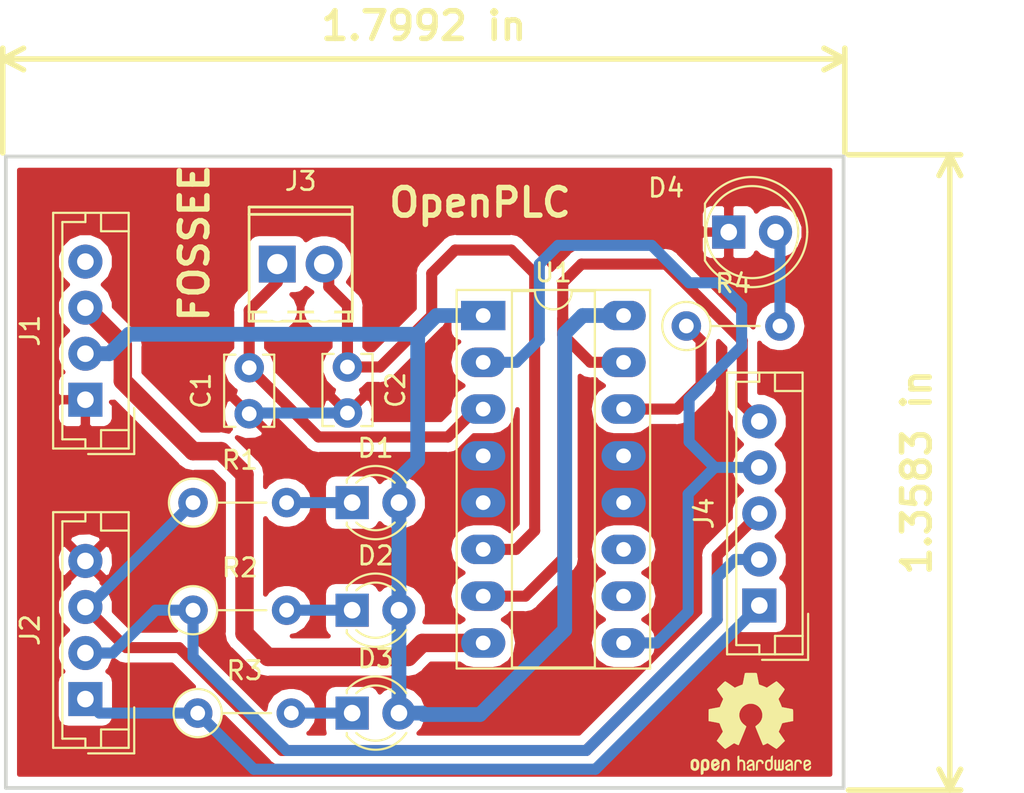
<source format=kicad_pcb>
(kicad_pcb (version 20171130) (host pcbnew 5.0.1)

  (general
    (thickness 1.6)
    (drawings 8)
    (tracks 112)
    (zones 0)
    (modules 16)
    (nets 19)
  )

  (page A4)
  (layers
    (0 F.Cu signal)
    (31 B.Cu signal)
    (32 B.Adhes user)
    (33 F.Adhes user)
    (34 B.Paste user)
    (35 F.Paste user)
    (36 B.SilkS user)
    (37 F.SilkS user)
    (38 B.Mask user)
    (39 F.Mask user)
    (40 Dwgs.User user)
    (41 Cmts.User user)
    (42 Eco1.User user)
    (43 Eco2.User user)
    (44 Edge.Cuts user)
    (45 Margin user)
    (46 B.CrtYd user)
    (47 F.CrtYd user)
    (48 B.Fab user)
    (49 F.Fab user hide)
  )

  (setup
    (last_trace_width 0.6)
    (trace_clearance 0.2)
    (zone_clearance 0.508)
    (zone_45_only no)
    (trace_min 0.2)
    (segment_width 0.2)
    (edge_width 0.15)
    (via_size 0.8)
    (via_drill 0.4)
    (via_min_size 0.4)
    (via_min_drill 0.3)
    (uvia_size 0.3)
    (uvia_drill 0.1)
    (uvias_allowed no)
    (uvia_min_size 0.2)
    (uvia_min_drill 0.1)
    (pcb_text_width 0.3)
    (pcb_text_size 1.5 1.5)
    (mod_edge_width 0.15)
    (mod_text_size 1 1)
    (mod_text_width 0.15)
    (pad_size 2.4 1.6)
    (pad_drill 0.8)
    (pad_to_mask_clearance 0.051)
    (solder_mask_min_width 0.25)
    (aux_axis_origin 0 0)
    (visible_elements FFFFEF7F)
    (pcbplotparams
      (layerselection 0x010fc_ffffffff)
      (usegerberextensions false)
      (usegerberattributes false)
      (usegerberadvancedattributes false)
      (creategerberjobfile false)
      (excludeedgelayer true)
      (linewidth 0.100000)
      (plotframeref false)
      (viasonmask false)
      (mode 1)
      (useauxorigin false)
      (hpglpennumber 1)
      (hpglpenspeed 20)
      (hpglpendiameter 15.000000)
      (psnegative false)
      (psa4output false)
      (plotreference true)
      (plotvalue true)
      (plotinvisibletext false)
      (padsonsilk false)
      (subtractmaskfromsilk false)
      (outputformat 1)
      (mirror false)
      (drillshape 1)
      (scaleselection 1)
      (outputdirectory ""))
  )

  (net 0 "")
  (net 1 "Net-(J1-Pad4)")
  (net 2 +12V)
  (net 3 +5V)
  (net 4 GND)
  (net 5 /sw3)
  (net 6 /sw2)
  (net 7 /sw1)
  (net 8 /2a)
  (net 9 /1a)
  (net 10 "Net-(U1-Pad11)")
  (net 11 "Net-(U1-Pad10)")
  (net 12 "Net-(C1-Pad2)")
  (net 13 "Net-(C2-Pad1)")
  (net 14 "Net-(D1-Pad1)")
  (net 15 "Net-(D2-Pad1)")
  (net 16 "Net-(D3-Pad1)")
  (net 17 "Net-(D4-Pad2)")
  (net 18 "Net-(R4-Pad1)")

  (net_class Default "This is the default net class."
    (clearance 0.2)
    (trace_width 0.6)
    (via_dia 0.8)
    (via_drill 0.4)
    (uvia_dia 0.3)
    (uvia_drill 0.1)
    (add_net /1a)
    (add_net /2a)
    (add_net /sw1)
    (add_net /sw2)
    (add_net /sw3)
    (add_net GND)
    (add_net "Net-(C1-Pad2)")
    (add_net "Net-(C2-Pad1)")
    (add_net "Net-(D1-Pad1)")
    (add_net "Net-(D2-Pad1)")
    (add_net "Net-(D3-Pad1)")
    (add_net "Net-(D4-Pad2)")
    (add_net "Net-(J1-Pad4)")
    (add_net "Net-(R4-Pad1)")
    (add_net "Net-(U1-Pad10)")
    (add_net "Net-(U1-Pad11)")
  )

  (net_class +12V ""
    (clearance 0.2)
    (trace_width 1)
    (via_dia 0.8)
    (via_drill 0.4)
    (uvia_dia 0.3)
    (uvia_drill 0.1)
    (add_net +12V)
  )

  (net_class +5V ""
    (clearance 0.2)
    (trace_width 0.8)
    (via_dia 0.8)
    (via_drill 0.4)
    (uvia_dia 0.3)
    (uvia_drill 0.1)
    (add_net +5V)
  )

  (module LEDs:LED_D5.0mm (layer F.Cu) (tedit 5995936A) (tstamp 5C32FAA9)
    (at 122.8 86.4)
    (descr "LED, diameter 5.0mm, 2 pins, http://cdn-reichelt.de/documents/datenblatt/A500/LL-504BC2E-009.pdf")
    (tags "LED diameter 5.0mm 2 pins")
    (path /5C333823)
    (fp_text reference D4 (at -3.4 -2.4) (layer F.SilkS)
      (effects (font (size 1 1) (thickness 0.15)))
    )
    (fp_text value LED (at 1.27 3.96) (layer F.Fab)
      (effects (font (size 1 1) (thickness 0.15)))
    )
    (fp_text user %R (at 1.25 0) (layer F.Fab)
      (effects (font (size 0.8 0.8) (thickness 0.2)))
    )
    (fp_line (start 4.5 -3.25) (end -1.95 -3.25) (layer F.CrtYd) (width 0.05))
    (fp_line (start 4.5 3.25) (end 4.5 -3.25) (layer F.CrtYd) (width 0.05))
    (fp_line (start -1.95 3.25) (end 4.5 3.25) (layer F.CrtYd) (width 0.05))
    (fp_line (start -1.95 -3.25) (end -1.95 3.25) (layer F.CrtYd) (width 0.05))
    (fp_line (start -1.29 -1.545) (end -1.29 1.545) (layer F.SilkS) (width 0.12))
    (fp_line (start -1.23 -1.469694) (end -1.23 1.469694) (layer F.Fab) (width 0.1))
    (fp_circle (center 1.27 0) (end 3.77 0) (layer F.SilkS) (width 0.12))
    (fp_circle (center 1.27 0) (end 3.77 0) (layer F.Fab) (width 0.1))
    (fp_arc (start 1.27 0) (end -1.29 1.54483) (angle -148.9) (layer F.SilkS) (width 0.12))
    (fp_arc (start 1.27 0) (end -1.29 -1.54483) (angle 148.9) (layer F.SilkS) (width 0.12))
    (fp_arc (start 1.27 0) (end -1.23 -1.469694) (angle 299.1) (layer F.Fab) (width 0.1))
    (pad 2 thru_hole circle (at 2.54 0) (size 1.8 1.8) (drill 0.9) (layers *.Cu *.Mask)
      (net 17 "Net-(D4-Pad2)"))
    (pad 1 thru_hole rect (at 0 0) (size 1.8 1.8) (drill 0.9) (layers *.Cu *.Mask)
      (net 4 GND))
    (model ${KISYS3DMOD}/LEDs.3dshapes/LED_D5.0mm.wrl
      (at (xyz 0 0 0))
      (scale (xyz 0.393701 0.393701 0.393701))
      (rotate (xyz 0 0 0))
    )
  )

  (module Resistors_THT:R_Axial_DIN0207_L6.3mm_D2.5mm_P5.08mm_Vertical (layer F.Cu) (tedit 5874F706) (tstamp 5C32F518)
    (at 120.5 91.5)
    (descr "Resistor, Axial_DIN0207 series, Axial, Vertical, pin pitch=5.08mm, 0.25W = 1/4W, length*diameter=6.3*2.5mm^2, http://cdn-reichelt.de/documents/datenblatt/B400/1_4W%23YAG.pdf")
    (tags "Resistor Axial_DIN0207 series Axial Vertical pin pitch 5.08mm 0.25W = 1/4W length 6.3mm diameter 2.5mm")
    (path /5C332B9A)
    (fp_text reference R4 (at 2.54 -2.31) (layer F.SilkS)
      (effects (font (size 1 1) (thickness 0.15)))
    )
    (fp_text value 1K (at 2.54 2.31) (layer F.Fab)
      (effects (font (size 1 1) (thickness 0.15)))
    )
    (fp_line (start 6.2 -1.6) (end -1.6 -1.6) (layer F.CrtYd) (width 0.05))
    (fp_line (start 6.2 1.6) (end 6.2 -1.6) (layer F.CrtYd) (width 0.05))
    (fp_line (start -1.6 1.6) (end 6.2 1.6) (layer F.CrtYd) (width 0.05))
    (fp_line (start -1.6 -1.6) (end -1.6 1.6) (layer F.CrtYd) (width 0.05))
    (fp_line (start 1.31 0) (end 3.98 0) (layer F.SilkS) (width 0.12))
    (fp_line (start 0 0) (end 5.08 0) (layer F.Fab) (width 0.1))
    (fp_circle (center 0 0) (end 1.31 0) (layer F.SilkS) (width 0.12))
    (fp_circle (center 0 0) (end 1.25 0) (layer F.Fab) (width 0.1))
    (pad 2 thru_hole oval (at 5.08 0) (size 1.6 1.6) (drill 0.8) (layers *.Cu *.Mask)
      (net 17 "Net-(D4-Pad2)"))
    (pad 1 thru_hole circle (at 0 0) (size 1.6 1.6) (drill 0.8) (layers *.Cu *.Mask)
      (net 18 "Net-(R4-Pad1)"))
    (model ${KISYS3DMOD}/Resistors_THT.3dshapes/R_Axial_DIN0207_L6.3mm_D2.5mm_P5.08mm_Vertical.wrl
      (at (xyz 0 0 0))
      (scale (xyz 0.393701 0.393701 0.393701))
      (rotate (xyz 0 0 0))
    )
  )

  (module Capacitors_THT:C_Disc_D3.8mm_W2.6mm_P2.50mm (layer F.Cu) (tedit 597BC7C2) (tstamp 5C2E4371)
    (at 102.108 93.726 270)
    (descr "C, Disc series, Radial, pin pitch=2.50mm, , diameter*width=3.8*2.6mm^2, Capacitor, http://www.vishay.com/docs/45233/krseries.pdf")
    (tags "C Disc series Radial pin pitch 2.50mm  diameter 3.8mm width 2.6mm Capacitor")
    (path /5C2E4D95)
    (fp_text reference C2 (at 1.25 -2.61 270) (layer F.SilkS)
      (effects (font (size 1 1) (thickness 0.15)))
    )
    (fp_text value 1uf (at 1.25 2.61 270) (layer F.Fab)
      (effects (font (size 1 1) (thickness 0.15)))
    )
    (fp_line (start -0.65 -1.3) (end -0.65 1.3) (layer F.Fab) (width 0.1))
    (fp_line (start -0.65 1.3) (end 3.15 1.3) (layer F.Fab) (width 0.1))
    (fp_line (start 3.15 1.3) (end 3.15 -1.3) (layer F.Fab) (width 0.1))
    (fp_line (start 3.15 -1.3) (end -0.65 -1.3) (layer F.Fab) (width 0.1))
    (fp_line (start -0.71 -1.36) (end 3.21 -1.36) (layer F.SilkS) (width 0.12))
    (fp_line (start -0.71 1.36) (end 3.21 1.36) (layer F.SilkS) (width 0.12))
    (fp_line (start -0.71 -1.36) (end -0.71 -0.75) (layer F.SilkS) (width 0.12))
    (fp_line (start -0.71 0.75) (end -0.71 1.36) (layer F.SilkS) (width 0.12))
    (fp_line (start 3.21 -1.36) (end 3.21 -0.75) (layer F.SilkS) (width 0.12))
    (fp_line (start 3.21 0.75) (end 3.21 1.36) (layer F.SilkS) (width 0.12))
    (fp_line (start -1.05 -1.65) (end -1.05 1.65) (layer F.CrtYd) (width 0.05))
    (fp_line (start -1.05 1.65) (end 3.55 1.65) (layer F.CrtYd) (width 0.05))
    (fp_line (start 3.55 1.65) (end 3.55 -1.65) (layer F.CrtYd) (width 0.05))
    (fp_line (start 3.55 -1.65) (end -1.05 -1.65) (layer F.CrtYd) (width 0.05))
    (fp_text user %R (at 1.25 0 270) (layer F.Fab)
      (effects (font (size 1 1) (thickness 0.15)))
    )
    (pad 1 thru_hole circle (at 0 0 270) (size 1.6 1.6) (drill 0.8) (layers *.Cu *.Mask)
      (net 13 "Net-(C2-Pad1)"))
    (pad 2 thru_hole circle (at 2.5 0 270) (size 1.6 1.6) (drill 0.8) (layers *.Cu *.Mask)
      (net 4 GND))
    (model ${KISYS3DMOD}/Capacitors_THT.3dshapes/C_Disc_D3.8mm_W2.6mm_P2.50mm.wrl
      (at (xyz 0 0 0))
      (scale (xyz 1 1 1))
      (rotate (xyz 0 0 0))
    )
  )

  (module Capacitors_THT:C_Disc_D3.8mm_W2.6mm_P2.50mm (layer F.Cu) (tedit 597BC7C2) (tstamp 5C2E4586)
    (at 96.774 96.266 90)
    (descr "C, Disc series, Radial, pin pitch=2.50mm, , diameter*width=3.8*2.6mm^2, Capacitor, http://www.vishay.com/docs/45233/krseries.pdf")
    (tags "C Disc series Radial pin pitch 2.50mm  diameter 3.8mm width 2.6mm Capacitor")
    (path /5C2E4DE2)
    (fp_text reference C1 (at 1.25 -2.61 90) (layer F.SilkS)
      (effects (font (size 1 1) (thickness 0.15)))
    )
    (fp_text value 1uf (at 1.25 2.61 90) (layer F.Fab)
      (effects (font (size 1 1) (thickness 0.15)))
    )
    (fp_text user %R (at 1.25 0 90) (layer F.Fab)
      (effects (font (size 1 1) (thickness 0.15)))
    )
    (fp_line (start 3.55 -1.65) (end -1.05 -1.65) (layer F.CrtYd) (width 0.05))
    (fp_line (start 3.55 1.65) (end 3.55 -1.65) (layer F.CrtYd) (width 0.05))
    (fp_line (start -1.05 1.65) (end 3.55 1.65) (layer F.CrtYd) (width 0.05))
    (fp_line (start -1.05 -1.65) (end -1.05 1.65) (layer F.CrtYd) (width 0.05))
    (fp_line (start 3.21 0.75) (end 3.21 1.36) (layer F.SilkS) (width 0.12))
    (fp_line (start 3.21 -1.36) (end 3.21 -0.75) (layer F.SilkS) (width 0.12))
    (fp_line (start -0.71 0.75) (end -0.71 1.36) (layer F.SilkS) (width 0.12))
    (fp_line (start -0.71 -1.36) (end -0.71 -0.75) (layer F.SilkS) (width 0.12))
    (fp_line (start -0.71 1.36) (end 3.21 1.36) (layer F.SilkS) (width 0.12))
    (fp_line (start -0.71 -1.36) (end 3.21 -1.36) (layer F.SilkS) (width 0.12))
    (fp_line (start 3.15 -1.3) (end -0.65 -1.3) (layer F.Fab) (width 0.1))
    (fp_line (start 3.15 1.3) (end 3.15 -1.3) (layer F.Fab) (width 0.1))
    (fp_line (start -0.65 1.3) (end 3.15 1.3) (layer F.Fab) (width 0.1))
    (fp_line (start -0.65 -1.3) (end -0.65 1.3) (layer F.Fab) (width 0.1))
    (pad 2 thru_hole circle (at 2.5 0 90) (size 1.6 1.6) (drill 0.8) (layers *.Cu *.Mask)
      (net 12 "Net-(C1-Pad2)"))
    (pad 1 thru_hole circle (at 0 0 90) (size 1.6 1.6) (drill 0.8) (layers *.Cu *.Mask)
      (net 4 GND))
    (model ${KISYS3DMOD}/Capacitors_THT.3dshapes/C_Disc_D3.8mm_W2.6mm_P2.50mm.wrl
      (at (xyz 0 0 0))
      (scale (xyz 1 1 1))
      (rotate (xyz 0 0 0))
    )
  )

  (module Resistors_THT:R_Axial_DIN0207_L6.3mm_D2.5mm_P5.08mm_Vertical (layer F.Cu) (tedit 5874F706) (tstamp 5C2E3B01)
    (at 93.98 112.522)
    (descr "Resistor, Axial_DIN0207 series, Axial, Vertical, pin pitch=5.08mm, 0.25W = 1/4W, length*diameter=6.3*2.5mm^2, http://cdn-reichelt.de/documents/datenblatt/B400/1_4W%23YAG.pdf")
    (tags "Resistor Axial_DIN0207 series Axial Vertical pin pitch 5.08mm 0.25W = 1/4W length 6.3mm diameter 2.5mm")
    (path /5C2E9431)
    (fp_text reference R3 (at 2.54 -2.31) (layer F.SilkS)
      (effects (font (size 1 1) (thickness 0.15)))
    )
    (fp_text value 470 (at 2.54 2.31) (layer F.Fab)
      (effects (font (size 1 1) (thickness 0.15)))
    )
    (fp_line (start 6.2 -1.6) (end -1.6 -1.6) (layer F.CrtYd) (width 0.05))
    (fp_line (start 6.2 1.6) (end 6.2 -1.6) (layer F.CrtYd) (width 0.05))
    (fp_line (start -1.6 1.6) (end 6.2 1.6) (layer F.CrtYd) (width 0.05))
    (fp_line (start -1.6 -1.6) (end -1.6 1.6) (layer F.CrtYd) (width 0.05))
    (fp_line (start 1.31 0) (end 3.98 0) (layer F.SilkS) (width 0.12))
    (fp_line (start 0 0) (end 5.08 0) (layer F.Fab) (width 0.1))
    (fp_circle (center 0 0) (end 1.31 0) (layer F.SilkS) (width 0.12))
    (fp_circle (center 0 0) (end 1.25 0) (layer F.Fab) (width 0.1))
    (pad 2 thru_hole oval (at 5.08 0) (size 1.6 1.6) (drill 0.8) (layers *.Cu *.Mask)
      (net 16 "Net-(D3-Pad1)"))
    (pad 1 thru_hole circle (at 0 0) (size 1.6 1.6) (drill 0.8) (layers *.Cu *.Mask)
      (net 5 /sw3))
    (model ${KISYS3DMOD}/Resistors_THT.3dshapes/R_Axial_DIN0207_L6.3mm_D2.5mm_P5.08mm_Vertical.wrl
      (at (xyz 0 0 0))
      (scale (xyz 0.393701 0.393701 0.393701))
      (rotate (xyz 0 0 0))
    )
  )

  (module Resistors_THT:R_Axial_DIN0207_L6.3mm_D2.5mm_P5.08mm_Vertical (layer F.Cu) (tedit 5874F706) (tstamp 5C2E3AF4)
    (at 93.726 106.934)
    (descr "Resistor, Axial_DIN0207 series, Axial, Vertical, pin pitch=5.08mm, 0.25W = 1/4W, length*diameter=6.3*2.5mm^2, http://cdn-reichelt.de/documents/datenblatt/B400/1_4W%23YAG.pdf")
    (tags "Resistor Axial_DIN0207 series Axial Vertical pin pitch 5.08mm 0.25W = 1/4W length 6.3mm diameter 2.5mm")
    (path /5C2E9401)
    (fp_text reference R2 (at 2.54 -2.31) (layer F.SilkS)
      (effects (font (size 1 1) (thickness 0.15)))
    )
    (fp_text value 470 (at 2.54 2.31) (layer F.Fab)
      (effects (font (size 1 1) (thickness 0.15)))
    )
    (fp_circle (center 0 0) (end 1.25 0) (layer F.Fab) (width 0.1))
    (fp_circle (center 0 0) (end 1.31 0) (layer F.SilkS) (width 0.12))
    (fp_line (start 0 0) (end 5.08 0) (layer F.Fab) (width 0.1))
    (fp_line (start 1.31 0) (end 3.98 0) (layer F.SilkS) (width 0.12))
    (fp_line (start -1.6 -1.6) (end -1.6 1.6) (layer F.CrtYd) (width 0.05))
    (fp_line (start -1.6 1.6) (end 6.2 1.6) (layer F.CrtYd) (width 0.05))
    (fp_line (start 6.2 1.6) (end 6.2 -1.6) (layer F.CrtYd) (width 0.05))
    (fp_line (start 6.2 -1.6) (end -1.6 -1.6) (layer F.CrtYd) (width 0.05))
    (pad 1 thru_hole circle (at 0 0) (size 1.6 1.6) (drill 0.8) (layers *.Cu *.Mask)
      (net 6 /sw2))
    (pad 2 thru_hole oval (at 5.08 0) (size 1.6 1.6) (drill 0.8) (layers *.Cu *.Mask)
      (net 15 "Net-(D2-Pad1)"))
    (model ${KISYS3DMOD}/Resistors_THT.3dshapes/R_Axial_DIN0207_L6.3mm_D2.5mm_P5.08mm_Vertical.wrl
      (at (xyz 0 0 0))
      (scale (xyz 0.393701 0.393701 0.393701))
      (rotate (xyz 0 0 0))
    )
  )

  (module Resistors_THT:R_Axial_DIN0207_L6.3mm_D2.5mm_P5.08mm_Vertical (layer F.Cu) (tedit 5874F706) (tstamp 5C2E3AE7)
    (at 93.726 101.092)
    (descr "Resistor, Axial_DIN0207 series, Axial, Vertical, pin pitch=5.08mm, 0.25W = 1/4W, length*diameter=6.3*2.5mm^2, http://cdn-reichelt.de/documents/datenblatt/B400/1_4W%23YAG.pdf")
    (tags "Resistor Axial_DIN0207 series Axial Vertical pin pitch 5.08mm 0.25W = 1/4W length 6.3mm diameter 2.5mm")
    (path /5C2E932B)
    (fp_text reference R1 (at 2.54 -2.31) (layer F.SilkS)
      (effects (font (size 1 1) (thickness 0.15)))
    )
    (fp_text value 470 (at 2.54 2.31) (layer F.Fab)
      (effects (font (size 1 1) (thickness 0.15)))
    )
    (fp_line (start 6.2 -1.6) (end -1.6 -1.6) (layer F.CrtYd) (width 0.05))
    (fp_line (start 6.2 1.6) (end 6.2 -1.6) (layer F.CrtYd) (width 0.05))
    (fp_line (start -1.6 1.6) (end 6.2 1.6) (layer F.CrtYd) (width 0.05))
    (fp_line (start -1.6 -1.6) (end -1.6 1.6) (layer F.CrtYd) (width 0.05))
    (fp_line (start 1.31 0) (end 3.98 0) (layer F.SilkS) (width 0.12))
    (fp_line (start 0 0) (end 5.08 0) (layer F.Fab) (width 0.1))
    (fp_circle (center 0 0) (end 1.31 0) (layer F.SilkS) (width 0.12))
    (fp_circle (center 0 0) (end 1.25 0) (layer F.Fab) (width 0.1))
    (pad 2 thru_hole oval (at 5.08 0) (size 1.6 1.6) (drill 0.8) (layers *.Cu *.Mask)
      (net 14 "Net-(D1-Pad1)"))
    (pad 1 thru_hole circle (at 0 0) (size 1.6 1.6) (drill 0.8) (layers *.Cu *.Mask)
      (net 7 /sw1))
    (model ${KISYS3DMOD}/Resistors_THT.3dshapes/R_Axial_DIN0207_L6.3mm_D2.5mm_P5.08mm_Vertical.wrl
      (at (xyz 0 0 0))
      (scale (xyz 0.393701 0.393701 0.393701))
      (rotate (xyz 0 0 0))
    )
  )

  (module LEDs:LED_D3.0mm (layer F.Cu) (tedit 587A3A7B) (tstamp 5C2E3575)
    (at 102.362 112.522)
    (descr "LED, diameter 3.0mm, 2 pins")
    (tags "LED diameter 3.0mm 2 pins")
    (path /5C2E5E7E)
    (fp_text reference D3 (at 1.27 -2.96) (layer F.SilkS)
      (effects (font (size 1 1) (thickness 0.15)))
    )
    (fp_text value LED (at 1.27 2.96) (layer F.Fab)
      (effects (font (size 1 1) (thickness 0.15)))
    )
    (fp_line (start 3.7 -2.25) (end -1.15 -2.25) (layer F.CrtYd) (width 0.05))
    (fp_line (start 3.7 2.25) (end 3.7 -2.25) (layer F.CrtYd) (width 0.05))
    (fp_line (start -1.15 2.25) (end 3.7 2.25) (layer F.CrtYd) (width 0.05))
    (fp_line (start -1.15 -2.25) (end -1.15 2.25) (layer F.CrtYd) (width 0.05))
    (fp_line (start -0.29 1.08) (end -0.29 1.236) (layer F.SilkS) (width 0.12))
    (fp_line (start -0.29 -1.236) (end -0.29 -1.08) (layer F.SilkS) (width 0.12))
    (fp_line (start -0.23 -1.16619) (end -0.23 1.16619) (layer F.Fab) (width 0.1))
    (fp_circle (center 1.27 0) (end 2.77 0) (layer F.Fab) (width 0.1))
    (fp_arc (start 1.27 0) (end 0.229039 1.08) (angle -87.9) (layer F.SilkS) (width 0.12))
    (fp_arc (start 1.27 0) (end 0.229039 -1.08) (angle 87.9) (layer F.SilkS) (width 0.12))
    (fp_arc (start 1.27 0) (end -0.29 1.235516) (angle -108.8) (layer F.SilkS) (width 0.12))
    (fp_arc (start 1.27 0) (end -0.29 -1.235516) (angle 108.8) (layer F.SilkS) (width 0.12))
    (fp_arc (start 1.27 0) (end -0.23 -1.16619) (angle 284.3) (layer F.Fab) (width 0.1))
    (pad 2 thru_hole circle (at 2.54 0) (size 1.8 1.8) (drill 0.9) (layers *.Cu *.Mask)
      (net 3 +5V))
    (pad 1 thru_hole rect (at 0 0) (size 1.8 1.8) (drill 0.9) (layers *.Cu *.Mask)
      (net 16 "Net-(D3-Pad1)"))
    (model ${KISYS3DMOD}/LEDs.3dshapes/LED_D3.0mm.wrl
      (at (xyz 0 0 0))
      (scale (xyz 0.393701 0.393701 0.393701))
      (rotate (xyz 0 0 0))
    )
  )

  (module LEDs:LED_D3.0mm (layer F.Cu) (tedit 587A3A7B) (tstamp 5C2E3D7F)
    (at 102.362 106.934)
    (descr "LED, diameter 3.0mm, 2 pins")
    (tags "LED diameter 3.0mm 2 pins")
    (path /5C2E5E42)
    (fp_text reference D2 (at 1.27 -2.96) (layer F.SilkS)
      (effects (font (size 1 1) (thickness 0.15)))
    )
    (fp_text value LED (at 1.27 2.96) (layer F.Fab)
      (effects (font (size 1 1) (thickness 0.15)))
    )
    (fp_arc (start 1.27 0) (end -0.23 -1.16619) (angle 284.3) (layer F.Fab) (width 0.1))
    (fp_arc (start 1.27 0) (end -0.29 -1.235516) (angle 108.8) (layer F.SilkS) (width 0.12))
    (fp_arc (start 1.27 0) (end -0.29 1.235516) (angle -108.8) (layer F.SilkS) (width 0.12))
    (fp_arc (start 1.27 0) (end 0.229039 -1.08) (angle 87.9) (layer F.SilkS) (width 0.12))
    (fp_arc (start 1.27 0) (end 0.229039 1.08) (angle -87.9) (layer F.SilkS) (width 0.12))
    (fp_circle (center 1.27 0) (end 2.77 0) (layer F.Fab) (width 0.1))
    (fp_line (start -0.23 -1.16619) (end -0.23 1.16619) (layer F.Fab) (width 0.1))
    (fp_line (start -0.29 -1.236) (end -0.29 -1.08) (layer F.SilkS) (width 0.12))
    (fp_line (start -0.29 1.08) (end -0.29 1.236) (layer F.SilkS) (width 0.12))
    (fp_line (start -1.15 -2.25) (end -1.15 2.25) (layer F.CrtYd) (width 0.05))
    (fp_line (start -1.15 2.25) (end 3.7 2.25) (layer F.CrtYd) (width 0.05))
    (fp_line (start 3.7 2.25) (end 3.7 -2.25) (layer F.CrtYd) (width 0.05))
    (fp_line (start 3.7 -2.25) (end -1.15 -2.25) (layer F.CrtYd) (width 0.05))
    (pad 1 thru_hole rect (at 0 0) (size 1.8 1.8) (drill 0.9) (layers *.Cu *.Mask)
      (net 15 "Net-(D2-Pad1)"))
    (pad 2 thru_hole circle (at 2.54 0) (size 1.8 1.8) (drill 0.9) (layers *.Cu *.Mask)
      (net 3 +5V))
    (model ${KISYS3DMOD}/LEDs.3dshapes/LED_D3.0mm.wrl
      (at (xyz 0 0 0))
      (scale (xyz 0.393701 0.393701 0.393701))
      (rotate (xyz 0 0 0))
    )
  )

  (module LEDs:LED_D3.0mm (layer F.Cu) (tedit 587A3A7B) (tstamp 5C2E3DDA)
    (at 102.362 101.092)
    (descr "LED, diameter 3.0mm, 2 pins")
    (tags "LED diameter 3.0mm 2 pins")
    (path /5C2E5DA0)
    (fp_text reference D1 (at 1.27 -2.96) (layer F.SilkS)
      (effects (font (size 1 1) (thickness 0.15)))
    )
    (fp_text value LED (at 1.27 2.96) (layer F.Fab)
      (effects (font (size 1 1) (thickness 0.15)))
    )
    (fp_line (start 3.7 -2.25) (end -1.15 -2.25) (layer F.CrtYd) (width 0.05))
    (fp_line (start 3.7 2.25) (end 3.7 -2.25) (layer F.CrtYd) (width 0.05))
    (fp_line (start -1.15 2.25) (end 3.7 2.25) (layer F.CrtYd) (width 0.05))
    (fp_line (start -1.15 -2.25) (end -1.15 2.25) (layer F.CrtYd) (width 0.05))
    (fp_line (start -0.29 1.08) (end -0.29 1.236) (layer F.SilkS) (width 0.12))
    (fp_line (start -0.29 -1.236) (end -0.29 -1.08) (layer F.SilkS) (width 0.12))
    (fp_line (start -0.23 -1.16619) (end -0.23 1.16619) (layer F.Fab) (width 0.1))
    (fp_circle (center 1.27 0) (end 2.77 0) (layer F.Fab) (width 0.1))
    (fp_arc (start 1.27 0) (end 0.229039 1.08) (angle -87.9) (layer F.SilkS) (width 0.12))
    (fp_arc (start 1.27 0) (end 0.229039 -1.08) (angle 87.9) (layer F.SilkS) (width 0.12))
    (fp_arc (start 1.27 0) (end -0.29 1.235516) (angle -108.8) (layer F.SilkS) (width 0.12))
    (fp_arc (start 1.27 0) (end -0.29 -1.235516) (angle 108.8) (layer F.SilkS) (width 0.12))
    (fp_arc (start 1.27 0) (end -0.23 -1.16619) (angle 284.3) (layer F.Fab) (width 0.1))
    (pad 2 thru_hole circle (at 2.54 0) (size 1.8 1.8) (drill 0.9) (layers *.Cu *.Mask)
      (net 3 +5V))
    (pad 1 thru_hole rect (at 0 0) (size 1.8 1.8) (drill 0.9) (layers *.Cu *.Mask)
      (net 14 "Net-(D1-Pad1)"))
    (model ${KISYS3DMOD}/LEDs.3dshapes/LED_D3.0mm.wrl
      (at (xyz 0 0 0))
      (scale (xyz 0.393701 0.393701 0.393701))
      (rotate (xyz 0 0 0))
    )
  )

  (module Housings_DIP:DIP-16_W7.62mm_Socket_LongPads (layer F.Cu) (tedit 5C2DFEF0) (tstamp 5C2E05C8)
    (at 109.474 90.932)
    (descr "16-lead though-hole mounted DIP package, row spacing 7.62 mm (300 mils), Socket, LongPads")
    (tags "THT DIP DIL PDIP 2.54mm 7.62mm 300mil Socket LongPads")
    (path /5C2E03BE)
    (fp_text reference U1 (at 3.81 -2.33) (layer F.SilkS)
      (effects (font (size 1 1) (thickness 0.15)))
    )
    (fp_text value L293D (at 3.81 20.11) (layer F.Fab)
      (effects (font (size 1 1) (thickness 0.15)))
    )
    (fp_text user %R (at 3.81 8.89) (layer F.Fab)
      (effects (font (size 1 1) (thickness 0.15)))
    )
    (fp_line (start 9.15 -1.6) (end -1.55 -1.6) (layer F.CrtYd) (width 0.05))
    (fp_line (start 9.15 19.4) (end 9.15 -1.6) (layer F.CrtYd) (width 0.05))
    (fp_line (start -1.55 19.4) (end 9.15 19.4) (layer F.CrtYd) (width 0.05))
    (fp_line (start -1.55 -1.6) (end -1.55 19.4) (layer F.CrtYd) (width 0.05))
    (fp_line (start 9.06 -1.39) (end -1.44 -1.39) (layer F.SilkS) (width 0.12))
    (fp_line (start 9.06 19.17) (end 9.06 -1.39) (layer F.SilkS) (width 0.12))
    (fp_line (start -1.44 19.17) (end 9.06 19.17) (layer F.SilkS) (width 0.12))
    (fp_line (start -1.44 -1.39) (end -1.44 19.17) (layer F.SilkS) (width 0.12))
    (fp_line (start 6.06 -1.33) (end 4.81 -1.33) (layer F.SilkS) (width 0.12))
    (fp_line (start 6.06 19.11) (end 6.06 -1.33) (layer F.SilkS) (width 0.12))
    (fp_line (start 1.56 19.11) (end 6.06 19.11) (layer F.SilkS) (width 0.12))
    (fp_line (start 1.56 -1.33) (end 1.56 19.11) (layer F.SilkS) (width 0.12))
    (fp_line (start 2.81 -1.33) (end 1.56 -1.33) (layer F.SilkS) (width 0.12))
    (fp_line (start 8.89 -1.33) (end -1.27 -1.33) (layer F.Fab) (width 0.1))
    (fp_line (start 8.89 19.11) (end 8.89 -1.33) (layer F.Fab) (width 0.1))
    (fp_line (start -1.27 19.11) (end 8.89 19.11) (layer F.Fab) (width 0.1))
    (fp_line (start -1.27 -1.33) (end -1.27 19.11) (layer F.Fab) (width 0.1))
    (fp_line (start 0.635 -0.27) (end 1.635 -1.27) (layer F.Fab) (width 0.1))
    (fp_line (start 0.635 19.05) (end 0.635 -0.27) (layer F.Fab) (width 0.1))
    (fp_line (start 6.985 19.05) (end 0.635 19.05) (layer F.Fab) (width 0.1))
    (fp_line (start 6.985 -1.27) (end 6.985 19.05) (layer F.Fab) (width 0.1))
    (fp_line (start 1.635 -1.27) (end 6.985 -1.27) (layer F.Fab) (width 0.1))
    (fp_arc (start 3.81 -1.33) (end 2.81 -1.33) (angle -180) (layer F.SilkS) (width 0.12))
    (pad 16 thru_hole oval (at 7.62 0) (size 2.4 1.6) (drill 0.8) (layers *.Cu *.Mask)
      (net 3 +5V))
    (pad 8 thru_hole oval (at 0 17.78) (size 2.4 1.6) (drill 0.8) (layers *.Cu *.Mask)
      (net 2 +12V))
    (pad 15 thru_hole oval (at 7.62 2.54) (size 2.4 1.6) (drill 0.8) (layers *.Cu *.Mask)
      (net 8 /2a))
    (pad 7 thru_hole oval (at 0 15.24) (size 2.4 1.6) (drill 0.8) (layers *.Cu *.Mask)
      (net 8 /2a))
    (pad 14 thru_hole oval (at 7.62 5.08) (size 2.4 1.6) (drill 0.8) (layers *.Cu *.Mask)
      (net 18 "Net-(R4-Pad1)"))
    (pad 6 thru_hole oval (at 0 12.7) (size 2.4 1.6) (drill 0.8) (layers *.Cu *.Mask)
      (net 13 "Net-(C2-Pad1)"))
    (pad 13 thru_hole oval (at 7.62 7.62) (size 2.4 1.6) (drill 0.8) (layers *.Cu *.Mask)
      (net 4 GND) (zone_connect 2))
    (pad 5 thru_hole oval (at 0 10.16) (size 2.4 1.6) (drill 0.8) (layers *.Cu *.Mask)
      (net 4 GND) (zone_connect 2))
    (pad 12 thru_hole oval (at 7.62 10.16) (size 2.4 1.6) (drill 0.8) (layers *.Cu *.Mask)
      (net 4 GND) (zone_connect 2))
    (pad 4 thru_hole oval (at 0 7.62) (size 2.4 1.6) (drill 0.8) (layers *.Cu *.Mask)
      (net 4 GND) (zone_connect 2))
    (pad 11 thru_hole oval (at 7.62 12.7) (size 2.4 1.6) (drill 0.8) (layers *.Cu *.Mask)
      (net 10 "Net-(U1-Pad11)"))
    (pad 3 thru_hole oval (at 0 5.08) (size 2.4 1.6) (drill 0.8) (layers *.Cu *.Mask)
      (net 12 "Net-(C1-Pad2)"))
    (pad 10 thru_hole oval (at 7.62 15.24) (size 2.4 1.6) (drill 0.8) (layers *.Cu *.Mask)
      (net 11 "Net-(U1-Pad10)"))
    (pad 2 thru_hole oval (at 0 2.54) (size 2.4 1.6) (drill 0.8) (layers *.Cu *.Mask)
      (net 9 /1a))
    (pad 9 thru_hole oval (at 7.62 17.78) (size 2.4 1.6) (drill 0.8) (layers *.Cu *.Mask)
      (net 9 /1a))
    (pad 1 thru_hole rect (at 0 0) (size 2.4 1.6) (drill 0.8) (layers *.Cu *.Mask)
      (net 3 +5V))
    (model ${KISYS3DMOD}/Housings_DIP.3dshapes/DIP-16_W7.62mm_Socket.wrl
      (at (xyz 0 0 0))
      (scale (xyz 1 1 1))
      (rotate (xyz 0 0 0))
    )
  )

  (module Connectors_JST:JST_EH_B04B-EH-A_04x2.50mm_Straight (layer F.Cu) (tedit 58A3B0B5) (tstamp 5C2DF384)
    (at 87.884 95.504 90)
    (descr "JST EH series connector, B04B-EH-A, 2.50mm pitch, top entry")
    (tags "connector jst eh top vertical straight")
    (path /5C2E1CA4)
    (fp_text reference J1 (at 3.75 -3 90) (layer F.SilkS)
      (effects (font (size 1 1) (thickness 0.15)))
    )
    (fp_text value power (at 3.75 3.5 90) (layer F.Fab)
      (effects (font (size 1 1) (thickness 0.15)))
    )
    (fp_line (start 10.65 -2.25) (end -3.15 -2.25) (layer F.CrtYd) (width 0.05))
    (fp_line (start 10.65 2.85) (end 10.65 -2.25) (layer F.CrtYd) (width 0.05))
    (fp_line (start -3.15 2.85) (end 10.65 2.85) (layer F.CrtYd) (width 0.05))
    (fp_line (start -3.15 -2.25) (end -3.15 2.85) (layer F.CrtYd) (width 0.05))
    (fp_line (start -2.95 2.65) (end -0.45 2.65) (layer F.Fab) (width 0.1))
    (fp_line (start -2.95 0.15) (end -2.95 2.65) (layer F.Fab) (width 0.1))
    (fp_line (start -2.95 2.65) (end -0.45 2.65) (layer F.SilkS) (width 0.12))
    (fp_line (start -2.95 0.15) (end -2.95 2.65) (layer F.SilkS) (width 0.12))
    (fp_line (start 9.15 0.85) (end 9.15 2.35) (layer F.SilkS) (width 0.12))
    (fp_line (start 10.15 0.85) (end 9.15 0.85) (layer F.SilkS) (width 0.12))
    (fp_line (start -1.65 0.85) (end -1.65 2.35) (layer F.SilkS) (width 0.12))
    (fp_line (start -2.65 0.85) (end -1.65 0.85) (layer F.SilkS) (width 0.12))
    (fp_line (start 9.65 0) (end 10.15 0) (layer F.SilkS) (width 0.12))
    (fp_line (start 9.65 -1.25) (end 9.65 0) (layer F.SilkS) (width 0.12))
    (fp_line (start -2.15 -1.25) (end 9.65 -1.25) (layer F.SilkS) (width 0.12))
    (fp_line (start -2.15 0) (end -2.15 -1.25) (layer F.SilkS) (width 0.12))
    (fp_line (start -2.65 0) (end -2.15 0) (layer F.SilkS) (width 0.12))
    (fp_line (start 10.15 -1.75) (end -2.65 -1.75) (layer F.SilkS) (width 0.12))
    (fp_line (start 10.15 2.35) (end 10.15 -1.75) (layer F.SilkS) (width 0.12))
    (fp_line (start -2.65 2.35) (end 10.15 2.35) (layer F.SilkS) (width 0.12))
    (fp_line (start -2.65 -1.75) (end -2.65 2.35) (layer F.SilkS) (width 0.12))
    (fp_line (start 10 -1.6) (end -2.5 -1.6) (layer F.Fab) (width 0.1))
    (fp_line (start 10 2.2) (end 10 -1.6) (layer F.Fab) (width 0.1))
    (fp_line (start -2.5 2.2) (end 10 2.2) (layer F.Fab) (width 0.1))
    (fp_line (start -2.5 -1.6) (end -2.5 2.2) (layer F.Fab) (width 0.1))
    (fp_text user %R (at 3.75 -3 90) (layer F.Fab)
      (effects (font (size 1 1) (thickness 0.15)))
    )
    (pad 4 thru_hole circle (at 7.5 0 90) (size 1.85 1.85) (drill 0.9) (layers *.Cu *.Mask)
      (net 1 "Net-(J1-Pad4)"))
    (pad 3 thru_hole circle (at 5 0 90) (size 1.85 1.85) (drill 0.9) (layers *.Cu *.Mask)
      (net 2 +12V))
    (pad 2 thru_hole circle (at 2.5 0 90) (size 1.85 1.85) (drill 0.9) (layers *.Cu *.Mask)
      (net 3 +5V))
    (pad 1 thru_hole rect (at 0 0 90) (size 1.85 1.85) (drill 0.9) (layers *.Cu *.Mask)
      (net 4 GND))
    (model Connectors_JST.3dshapes/JST_EH_B04B-EH-A_04x2.50mm_Straight.wrl
      (at (xyz 0 0 0))
      (scale (xyz 1 1 1))
      (rotate (xyz 0 0 0))
    )
  )

  (module Connectors_JST:JST_EH_B04B-EH-A_04x2.50mm_Straight (layer F.Cu) (tedit 58A3B0B5) (tstamp 5C2DF3A6)
    (at 87.884 111.76 90)
    (descr "JST EH series connector, B04B-EH-A, 2.50mm pitch, top entry")
    (tags "connector jst eh top vertical straight")
    (path /5C2E2661)
    (fp_text reference J2 (at 3.75 -3 90) (layer F.SilkS)
      (effects (font (size 1 1) (thickness 0.15)))
    )
    (fp_text value "from switches" (at 3.75 3.5 90) (layer F.Fab)
      (effects (font (size 1 1) (thickness 0.15)))
    )
    (fp_text user %R (at 3.75 -3 90) (layer F.Fab)
      (effects (font (size 1 1) (thickness 0.15)))
    )
    (fp_line (start -2.5 -1.6) (end -2.5 2.2) (layer F.Fab) (width 0.1))
    (fp_line (start -2.5 2.2) (end 10 2.2) (layer F.Fab) (width 0.1))
    (fp_line (start 10 2.2) (end 10 -1.6) (layer F.Fab) (width 0.1))
    (fp_line (start 10 -1.6) (end -2.5 -1.6) (layer F.Fab) (width 0.1))
    (fp_line (start -2.65 -1.75) (end -2.65 2.35) (layer F.SilkS) (width 0.12))
    (fp_line (start -2.65 2.35) (end 10.15 2.35) (layer F.SilkS) (width 0.12))
    (fp_line (start 10.15 2.35) (end 10.15 -1.75) (layer F.SilkS) (width 0.12))
    (fp_line (start 10.15 -1.75) (end -2.65 -1.75) (layer F.SilkS) (width 0.12))
    (fp_line (start -2.65 0) (end -2.15 0) (layer F.SilkS) (width 0.12))
    (fp_line (start -2.15 0) (end -2.15 -1.25) (layer F.SilkS) (width 0.12))
    (fp_line (start -2.15 -1.25) (end 9.65 -1.25) (layer F.SilkS) (width 0.12))
    (fp_line (start 9.65 -1.25) (end 9.65 0) (layer F.SilkS) (width 0.12))
    (fp_line (start 9.65 0) (end 10.15 0) (layer F.SilkS) (width 0.12))
    (fp_line (start -2.65 0.85) (end -1.65 0.85) (layer F.SilkS) (width 0.12))
    (fp_line (start -1.65 0.85) (end -1.65 2.35) (layer F.SilkS) (width 0.12))
    (fp_line (start 10.15 0.85) (end 9.15 0.85) (layer F.SilkS) (width 0.12))
    (fp_line (start 9.15 0.85) (end 9.15 2.35) (layer F.SilkS) (width 0.12))
    (fp_line (start -2.95 0.15) (end -2.95 2.65) (layer F.SilkS) (width 0.12))
    (fp_line (start -2.95 2.65) (end -0.45 2.65) (layer F.SilkS) (width 0.12))
    (fp_line (start -2.95 0.15) (end -2.95 2.65) (layer F.Fab) (width 0.1))
    (fp_line (start -2.95 2.65) (end -0.45 2.65) (layer F.Fab) (width 0.1))
    (fp_line (start -3.15 -2.25) (end -3.15 2.85) (layer F.CrtYd) (width 0.05))
    (fp_line (start -3.15 2.85) (end 10.65 2.85) (layer F.CrtYd) (width 0.05))
    (fp_line (start 10.65 2.85) (end 10.65 -2.25) (layer F.CrtYd) (width 0.05))
    (fp_line (start 10.65 -2.25) (end -3.15 -2.25) (layer F.CrtYd) (width 0.05))
    (pad 1 thru_hole rect (at 0 0 90) (size 1.85 1.85) (drill 0.9) (layers *.Cu *.Mask)
      (net 5 /sw3))
    (pad 2 thru_hole circle (at 2.5 0 90) (size 1.85 1.85) (drill 0.9) (layers *.Cu *.Mask)
      (net 6 /sw2))
    (pad 3 thru_hole circle (at 5 0 90) (size 1.85 1.85) (drill 0.9) (layers *.Cu *.Mask)
      (net 7 /sw1))
    (pad 4 thru_hole circle (at 7.5 0 90) (size 1.85 1.85) (drill 0.9) (layers *.Cu *.Mask)
      (net 4 GND))
    (model Connectors_JST.3dshapes/JST_EH_B04B-EH-A_04x2.50mm_Straight.wrl
      (at (xyz 0 0 0))
      (scale (xyz 1 1 1))
      (rotate (xyz 0 0 0))
    )
  )

  (module TerminalBlocks_Phoenix:TerminalBlock_Phoenix_MPT-2.54mm_2pol (layer F.Cu) (tedit 59FF0755) (tstamp 5C2E0D00)
    (at 98.298 88.138)
    (descr "2-way 2.54mm pitch terminal block, Phoenix MPT series")
    (path /5C2DBD8E)
    (fp_text reference J3 (at 1.27 -4.50088) (layer F.SilkS)
      (effects (font (size 1 1) (thickness 0.15)))
    )
    (fp_text value motor (at 10.16 -1.778 270) (layer F.Fab)
      (effects (font (size 1 1) (thickness 0.15)))
    )
    (fp_line (start -1.52908 -3.0988) (end -1.52908 3.0988) (layer F.SilkS) (width 0.15))
    (fp_line (start 4.06908 -3.0988) (end -1.52908 -3.0988) (layer F.SilkS) (width 0.15))
    (fp_line (start 4.06908 3.0988) (end 4.06908 -3.0988) (layer F.SilkS) (width 0.15))
    (fp_line (start -1.52908 3.0988) (end 4.06908 3.0988) (layer F.SilkS) (width 0.15))
    (fp_line (start -1.52908 -2.70002) (end 4.06908 -2.70002) (layer F.SilkS) (width 0.15))
    (fp_line (start 1.27 3.0988) (end 1.27 2.60096) (layer F.SilkS) (width 0.15))
    (fp_line (start 3.87096 2.60096) (end 3.87096 3.0988) (layer F.SilkS) (width 0.15))
    (fp_line (start -1.33096 3.0988) (end -1.33096 2.60096) (layer F.SilkS) (width 0.15))
    (fp_line (start 4.06908 2.60096) (end -1.52908 2.60096) (layer F.SilkS) (width 0.15))
    (fp_line (start 4.3 -3.3) (end 4.3 3.3) (layer F.CrtYd) (width 0.05))
    (fp_line (start 4.3 3.3) (end -1.7 3.3) (layer F.CrtYd) (width 0.05))
    (fp_line (start -1.7 3.3) (end -1.7 -3.3) (layer F.CrtYd) (width 0.05))
    (fp_line (start -1.7 -3.3) (end 4.3 -3.3) (layer F.CrtYd) (width 0.05))
    (fp_text user %R (at 1.27 1.045) (layer F.Fab)
      (effects (font (size 1 1) (thickness 0.15)))
    )
    (pad "" np_thru_hole circle (at 2.54 2.54) (size 1.1 1.1) (drill 1.1) (layers *.Cu *.Mask))
    (pad "" np_thru_hole circle (at 0 2.54) (size 1.1 1.1) (drill 1.1) (layers *.Cu *.Mask))
    (pad 1 thru_hole rect (at 0 0) (size 1.99898 1.99898) (drill 1.09728) (layers *.Cu *.Mask)
      (net 12 "Net-(C1-Pad2)"))
    (pad 2 thru_hole oval (at 2.54 0) (size 1.99898 1.99898) (drill 1.09728) (layers *.Cu *.Mask)
      (net 13 "Net-(C2-Pad1)"))
    (model ${KISYS3DMOD}/TerminalBlock_Phoenix.3dshapes/TerminalBlock_Phoenix_MPT-2.54mm_2pol.wrl
      (offset (xyz 1.269999980926514 0 0))
      (scale (xyz 1 1 1))
      (rotate (xyz 0 0 0))
    )
  )

  (module Connectors_JST:JST_EH_B05B-EH-A_05x2.50mm_Straight (layer F.Cu) (tedit 58A3B0B5) (tstamp 5C2DF3DF)
    (at 124.46 106.68 90)
    (descr "JST EH series connector, B05B-EH-A, 2.50mm pitch, top entry")
    (tags "connector jst eh top vertical straight")
    (path /5C2E1BA3)
    (fp_text reference J4 (at 5 -3 90) (layer F.SilkS)
      (effects (font (size 1 1) (thickness 0.15)))
    )
    (fp_text value "towards uC" (at 5 3.5 90) (layer F.Fab)
      (effects (font (size 1 1) (thickness 0.15)))
    )
    (fp_line (start 13.15 -2.25) (end -3.15 -2.25) (layer F.CrtYd) (width 0.05))
    (fp_line (start 13.15 2.85) (end 13.15 -2.25) (layer F.CrtYd) (width 0.05))
    (fp_line (start -3.15 2.85) (end 13.15 2.85) (layer F.CrtYd) (width 0.05))
    (fp_line (start -3.15 -2.25) (end -3.15 2.85) (layer F.CrtYd) (width 0.05))
    (fp_line (start -2.95 2.65) (end -0.45 2.65) (layer F.Fab) (width 0.1))
    (fp_line (start -2.95 0.15) (end -2.95 2.65) (layer F.Fab) (width 0.1))
    (fp_line (start -2.95 2.65) (end -0.45 2.65) (layer F.SilkS) (width 0.12))
    (fp_line (start -2.95 0.15) (end -2.95 2.65) (layer F.SilkS) (width 0.12))
    (fp_line (start 11.65 0.85) (end 11.65 2.35) (layer F.SilkS) (width 0.12))
    (fp_line (start 12.65 0.85) (end 11.65 0.85) (layer F.SilkS) (width 0.12))
    (fp_line (start -1.65 0.85) (end -1.65 2.35) (layer F.SilkS) (width 0.12))
    (fp_line (start -2.65 0.85) (end -1.65 0.85) (layer F.SilkS) (width 0.12))
    (fp_line (start 12.15 0) (end 12.65 0) (layer F.SilkS) (width 0.12))
    (fp_line (start 12.15 -1.25) (end 12.15 0) (layer F.SilkS) (width 0.12))
    (fp_line (start -2.15 -1.25) (end 12.15 -1.25) (layer F.SilkS) (width 0.12))
    (fp_line (start -2.15 0) (end -2.15 -1.25) (layer F.SilkS) (width 0.12))
    (fp_line (start -2.65 0) (end -2.15 0) (layer F.SilkS) (width 0.12))
    (fp_line (start 12.65 -1.75) (end -2.65 -1.75) (layer F.SilkS) (width 0.12))
    (fp_line (start 12.65 2.35) (end 12.65 -1.75) (layer F.SilkS) (width 0.12))
    (fp_line (start -2.65 2.35) (end 12.65 2.35) (layer F.SilkS) (width 0.12))
    (fp_line (start -2.65 -1.75) (end -2.65 2.35) (layer F.SilkS) (width 0.12))
    (fp_line (start 12.5 -1.6) (end -2.5 -1.6) (layer F.Fab) (width 0.1))
    (fp_line (start 12.5 2.2) (end 12.5 -1.6) (layer F.Fab) (width 0.1))
    (fp_line (start -2.5 2.2) (end 12.5 2.2) (layer F.Fab) (width 0.1))
    (fp_line (start -2.5 -1.6) (end -2.5 2.2) (layer F.Fab) (width 0.1))
    (fp_text user %R (at 5 -3 90) (layer F.Fab)
      (effects (font (size 1 1) (thickness 0.15)))
    )
    (pad 5 thru_hole circle (at 10 0 90) (size 1.85 1.85) (drill 0.9) (layers *.Cu *.Mask)
      (net 8 /2a))
    (pad 4 thru_hole circle (at 7.5 0 90) (size 1.85 1.85) (drill 0.9) (layers *.Cu *.Mask)
      (net 9 /1a))
    (pad 3 thru_hole circle (at 5 0 90) (size 1.85 1.85) (drill 0.9) (layers *.Cu *.Mask)
      (net 7 /sw1))
    (pad 2 thru_hole circle (at 2.5 0 90) (size 1.85 1.85) (drill 0.9) (layers *.Cu *.Mask)
      (net 6 /sw2))
    (pad 1 thru_hole rect (at 0 0 90) (size 1.85 1.85) (drill 0.9) (layers *.Cu *.Mask)
      (net 5 /sw3))
    (model Connectors_JST.3dshapes/JST_EH_B05B-EH-A_05x2.50mm_Straight.wrl
      (at (xyz 0 0 0))
      (scale (xyz 1 1 1))
      (rotate (xyz 0 0 0))
    )
  )

  (module Symbols:OSHW-Logo2_7.3x6mm_SilkScreen (layer F.Cu) (tedit 0) (tstamp 5C32FDA1)
    (at 124 113.1)
    (descr "Open Source Hardware Symbol")
    (tags "Logo Symbol OSHW")
    (attr virtual)
    (fp_text reference REF*** (at 0 0) (layer F.SilkS) hide
      (effects (font (size 1 1) (thickness 0.15)))
    )
    (fp_text value OSHW-Logo2_7.3x6mm_SilkScreen (at 0.75 0) (layer F.Fab) hide
      (effects (font (size 1 1) (thickness 0.15)))
    )
    (fp_poly (pts (xy -2.400256 1.919918) (xy -2.344799 1.947568) (xy -2.295852 1.99848) (xy -2.282371 2.017338)
      (xy -2.267686 2.042015) (xy -2.258158 2.068816) (xy -2.252707 2.104587) (xy -2.250253 2.156169)
      (xy -2.249714 2.224267) (xy -2.252148 2.317588) (xy -2.260606 2.387657) (xy -2.276826 2.439931)
      (xy -2.302546 2.479869) (xy -2.339503 2.512929) (xy -2.342218 2.514886) (xy -2.37864 2.534908)
      (xy -2.422498 2.544815) (xy -2.478276 2.547257) (xy -2.568952 2.547257) (xy -2.56899 2.635283)
      (xy -2.569834 2.684308) (xy -2.574976 2.713065) (xy -2.588413 2.730311) (xy -2.614142 2.744808)
      (xy -2.620321 2.747769) (xy -2.649236 2.761648) (xy -2.671624 2.770414) (xy -2.688271 2.771171)
      (xy -2.699964 2.761023) (xy -2.70749 2.737073) (xy -2.711634 2.696426) (xy -2.713185 2.636186)
      (xy -2.712929 2.553455) (xy -2.711651 2.445339) (xy -2.711252 2.413) (xy -2.709815 2.301524)
      (xy -2.708528 2.228603) (xy -2.569029 2.228603) (xy -2.568245 2.290499) (xy -2.56476 2.330997)
      (xy -2.556876 2.357708) (xy -2.542895 2.378244) (xy -2.533403 2.38826) (xy -2.494596 2.417567)
      (xy -2.460237 2.419952) (xy -2.424784 2.39575) (xy -2.423886 2.394857) (xy -2.409461 2.376153)
      (xy -2.400687 2.350732) (xy -2.396261 2.311584) (xy -2.394882 2.251697) (xy -2.394857 2.23843)
      (xy -2.398188 2.155901) (xy -2.409031 2.098691) (xy -2.42866 2.063766) (xy -2.45835 2.048094)
      (xy -2.475509 2.046514) (xy -2.516234 2.053926) (xy -2.544168 2.07833) (xy -2.560983 2.12298)
      (xy -2.56835 2.19113) (xy -2.569029 2.228603) (xy -2.708528 2.228603) (xy -2.708292 2.215245)
      (xy -2.706323 2.150333) (xy -2.70355 2.102958) (xy -2.699612 2.06929) (xy -2.694151 2.045498)
      (xy -2.686808 2.027753) (xy -2.677223 2.012224) (xy -2.673113 2.006381) (xy -2.618595 1.951185)
      (xy -2.549664 1.91989) (xy -2.469928 1.911165) (xy -2.400256 1.919918)) (layer F.SilkS) (width 0.01))
    (fp_poly (pts (xy -1.283907 1.92778) (xy -1.237328 1.954723) (xy -1.204943 1.981466) (xy -1.181258 2.009484)
      (xy -1.164941 2.043748) (xy -1.154661 2.089227) (xy -1.149086 2.150892) (xy -1.146884 2.233711)
      (xy -1.146629 2.293246) (xy -1.146629 2.512391) (xy -1.208314 2.540044) (xy -1.27 2.567697)
      (xy -1.277257 2.32767) (xy -1.280256 2.238028) (xy -1.283402 2.172962) (xy -1.287299 2.128026)
      (xy -1.292553 2.09877) (xy -1.299769 2.080748) (xy -1.30955 2.069511) (xy -1.312688 2.067079)
      (xy -1.360239 2.048083) (xy -1.408303 2.0556) (xy -1.436914 2.075543) (xy -1.448553 2.089675)
      (xy -1.456609 2.10822) (xy -1.461729 2.136334) (xy -1.464559 2.179173) (xy -1.465744 2.241895)
      (xy -1.465943 2.307261) (xy -1.465982 2.389268) (xy -1.467386 2.447316) (xy -1.472086 2.486465)
      (xy -1.482013 2.51178) (xy -1.499097 2.528323) (xy -1.525268 2.541156) (xy -1.560225 2.554491)
      (xy -1.598404 2.569007) (xy -1.593859 2.311389) (xy -1.592029 2.218519) (xy -1.589888 2.149889)
      (xy -1.586819 2.100711) (xy -1.582206 2.066198) (xy -1.575432 2.041562) (xy -1.565881 2.022016)
      (xy -1.554366 2.00477) (xy -1.49881 1.94968) (xy -1.43102 1.917822) (xy -1.357287 1.910191)
      (xy -1.283907 1.92778)) (layer F.SilkS) (width 0.01))
    (fp_poly (pts (xy -2.958885 1.921962) (xy -2.890855 1.957733) (xy -2.840649 2.015301) (xy -2.822815 2.052312)
      (xy -2.808937 2.107882) (xy -2.801833 2.178096) (xy -2.80116 2.254727) (xy -2.806573 2.329552)
      (xy -2.81773 2.394342) (xy -2.834286 2.440873) (xy -2.839374 2.448887) (xy -2.899645 2.508707)
      (xy -2.971231 2.544535) (xy -3.048908 2.55502) (xy -3.127452 2.53881) (xy -3.149311 2.529092)
      (xy -3.191878 2.499143) (xy -3.229237 2.459433) (xy -3.232768 2.454397) (xy -3.247119 2.430124)
      (xy -3.256606 2.404178) (xy -3.26221 2.370022) (xy -3.264914 2.321119) (xy -3.265701 2.250935)
      (xy -3.265714 2.2352) (xy -3.265678 2.230192) (xy -3.120571 2.230192) (xy -3.119727 2.29643)
      (xy -3.116404 2.340386) (xy -3.109417 2.368779) (xy -3.097584 2.388325) (xy -3.091543 2.394857)
      (xy -3.056814 2.41968) (xy -3.023097 2.418548) (xy -2.989005 2.397016) (xy -2.968671 2.374029)
      (xy -2.956629 2.340478) (xy -2.949866 2.287569) (xy -2.949402 2.281399) (xy -2.948248 2.185513)
      (xy -2.960312 2.114299) (xy -2.98543 2.068194) (xy -3.02344 2.047635) (xy -3.037008 2.046514)
      (xy -3.072636 2.052152) (xy -3.097006 2.071686) (xy -3.111907 2.109042) (xy -3.119125 2.16815)
      (xy -3.120571 2.230192) (xy -3.265678 2.230192) (xy -3.265174 2.160413) (xy -3.262904 2.108159)
      (xy -3.257932 2.071949) (xy -3.249287 2.045299) (xy -3.235995 2.021722) (xy -3.233057 2.017338)
      (xy -3.183687 1.958249) (xy -3.129891 1.923947) (xy -3.064398 1.910331) (xy -3.042158 1.909665)
      (xy -2.958885 1.921962)) (layer F.SilkS) (width 0.01))
    (fp_poly (pts (xy -1.831697 1.931239) (xy -1.774473 1.969735) (xy -1.730251 2.025335) (xy -1.703833 2.096086)
      (xy -1.69849 2.148162) (xy -1.699097 2.169893) (xy -1.704178 2.186531) (xy -1.718145 2.201437)
      (xy -1.745411 2.217973) (xy -1.790388 2.239498) (xy -1.857489 2.269374) (xy -1.857829 2.269524)
      (xy -1.919593 2.297813) (xy -1.970241 2.322933) (xy -2.004596 2.342179) (xy -2.017482 2.352848)
      (xy -2.017486 2.352934) (xy -2.006128 2.376166) (xy -1.979569 2.401774) (xy -1.949077 2.420221)
      (xy -1.93363 2.423886) (xy -1.891485 2.411212) (xy -1.855192 2.379471) (xy -1.837483 2.344572)
      (xy -1.820448 2.318845) (xy -1.787078 2.289546) (xy -1.747851 2.264235) (xy -1.713244 2.250471)
      (xy -1.706007 2.249714) (xy -1.697861 2.26216) (xy -1.69737 2.293972) (xy -1.703357 2.336866)
      (xy -1.714643 2.382558) (xy -1.73005 2.422761) (xy -1.730829 2.424322) (xy -1.777196 2.489062)
      (xy -1.837289 2.533097) (xy -1.905535 2.554711) (xy -1.976362 2.552185) (xy -2.044196 2.523804)
      (xy -2.047212 2.521808) (xy -2.100573 2.473448) (xy -2.13566 2.410352) (xy -2.155078 2.327387)
      (xy -2.157684 2.304078) (xy -2.162299 2.194055) (xy -2.156767 2.142748) (xy -2.017486 2.142748)
      (xy -2.015676 2.174753) (xy -2.005778 2.184093) (xy -1.981102 2.177105) (xy -1.942205 2.160587)
      (xy -1.898725 2.139881) (xy -1.897644 2.139333) (xy -1.860791 2.119949) (xy -1.846 2.107013)
      (xy -1.849647 2.093451) (xy -1.865005 2.075632) (xy -1.904077 2.049845) (xy -1.946154 2.04795)
      (xy -1.983897 2.066717) (xy -2.009966 2.102915) (xy -2.017486 2.142748) (xy -2.156767 2.142748)
      (xy -2.152806 2.106027) (xy -2.12845 2.036212) (xy -2.094544 1.987302) (xy -2.033347 1.937878)
      (xy -1.965937 1.913359) (xy -1.89712 1.911797) (xy -1.831697 1.931239)) (layer F.SilkS) (width 0.01))
    (fp_poly (pts (xy -0.624114 1.851289) (xy -0.619861 1.910613) (xy -0.614975 1.945572) (xy -0.608205 1.96082)
      (xy -0.598298 1.961015) (xy -0.595086 1.959195) (xy -0.552356 1.946015) (xy -0.496773 1.946785)
      (xy -0.440263 1.960333) (xy -0.404918 1.977861) (xy -0.368679 2.005861) (xy -0.342187 2.037549)
      (xy -0.324001 2.077813) (xy -0.312678 2.131543) (xy -0.306778 2.203626) (xy -0.304857 2.298951)
      (xy -0.304823 2.317237) (xy -0.3048 2.522646) (xy -0.350509 2.53858) (xy -0.382973 2.54942)
      (xy -0.400785 2.554468) (xy -0.401309 2.554514) (xy -0.403063 2.540828) (xy -0.404556 2.503076)
      (xy -0.405674 2.446224) (xy -0.406303 2.375234) (xy -0.4064 2.332073) (xy -0.406602 2.246973)
      (xy -0.407642 2.185981) (xy -0.410169 2.144177) (xy -0.414836 2.116642) (xy -0.422293 2.098456)
      (xy -0.433189 2.084698) (xy -0.439993 2.078073) (xy -0.486728 2.051375) (xy -0.537728 2.049375)
      (xy -0.583999 2.071955) (xy -0.592556 2.080107) (xy -0.605107 2.095436) (xy -0.613812 2.113618)
      (xy -0.619369 2.139909) (xy -0.622474 2.179562) (xy -0.623824 2.237832) (xy -0.624114 2.318173)
      (xy -0.624114 2.522646) (xy -0.669823 2.53858) (xy -0.702287 2.54942) (xy -0.720099 2.554468)
      (xy -0.720623 2.554514) (xy -0.721963 2.540623) (xy -0.723172 2.501439) (xy -0.724199 2.4407)
      (xy -0.724998 2.362141) (xy -0.725519 2.269498) (xy -0.725714 2.166509) (xy -0.725714 1.769342)
      (xy -0.678543 1.749444) (xy -0.631371 1.729547) (xy -0.624114 1.851289)) (layer F.SilkS) (width 0.01))
    (fp_poly (pts (xy 0.039744 1.950968) (xy 0.096616 1.972087) (xy 0.097267 1.972493) (xy 0.13244 1.99838)
      (xy 0.158407 2.028633) (xy 0.17667 2.068058) (xy 0.188732 2.121462) (xy 0.196096 2.193651)
      (xy 0.200264 2.289432) (xy 0.200629 2.303078) (xy 0.205876 2.508842) (xy 0.161716 2.531678)
      (xy 0.129763 2.54711) (xy 0.11047 2.554423) (xy 0.109578 2.554514) (xy 0.106239 2.541022)
      (xy 0.103587 2.504626) (xy 0.101956 2.451452) (xy 0.1016 2.408393) (xy 0.101592 2.338641)
      (xy 0.098403 2.294837) (xy 0.087288 2.273944) (xy 0.063501 2.272925) (xy 0.022296 2.288741)
      (xy -0.039914 2.317815) (xy -0.085659 2.341963) (xy -0.109187 2.362913) (xy -0.116104 2.385747)
      (xy -0.116114 2.386877) (xy -0.104701 2.426212) (xy -0.070908 2.447462) (xy -0.019191 2.450539)
      (xy 0.018061 2.450006) (xy 0.037703 2.460735) (xy 0.049952 2.486505) (xy 0.057002 2.519337)
      (xy 0.046842 2.537966) (xy 0.043017 2.540632) (xy 0.007001 2.55134) (xy -0.043434 2.552856)
      (xy -0.095374 2.545759) (xy -0.132178 2.532788) (xy -0.183062 2.489585) (xy -0.211986 2.429446)
      (xy -0.217714 2.382462) (xy -0.213343 2.340082) (xy -0.197525 2.305488) (xy -0.166203 2.274763)
      (xy -0.115322 2.24399) (xy -0.040824 2.209252) (xy -0.036286 2.207288) (xy 0.030821 2.176287)
      (xy 0.072232 2.150862) (xy 0.089981 2.128014) (xy 0.086107 2.104745) (xy 0.062643 2.078056)
      (xy 0.055627 2.071914) (xy 0.00863 2.0481) (xy -0.040067 2.049103) (xy -0.082478 2.072451)
      (xy -0.110616 2.115675) (xy -0.113231 2.12416) (xy -0.138692 2.165308) (xy -0.170999 2.185128)
      (xy -0.217714 2.20477) (xy -0.217714 2.15395) (xy -0.203504 2.080082) (xy -0.161325 2.012327)
      (xy -0.139376 1.989661) (xy -0.089483 1.960569) (xy -0.026033 1.9474) (xy 0.039744 1.950968)) (layer F.SilkS) (width 0.01))
    (fp_poly (pts (xy 0.529926 1.949755) (xy 0.595858 1.974084) (xy 0.649273 2.017117) (xy 0.670164 2.047409)
      (xy 0.692939 2.102994) (xy 0.692466 2.143186) (xy 0.668562 2.170217) (xy 0.659717 2.174813)
      (xy 0.62153 2.189144) (xy 0.602028 2.185472) (xy 0.595422 2.161407) (xy 0.595086 2.148114)
      (xy 0.582992 2.09921) (xy 0.551471 2.064999) (xy 0.507659 2.048476) (xy 0.458695 2.052634)
      (xy 0.418894 2.074227) (xy 0.40545 2.086544) (xy 0.395921 2.101487) (xy 0.389485 2.124075)
      (xy 0.385317 2.159328) (xy 0.382597 2.212266) (xy 0.380502 2.287907) (xy 0.37996 2.311857)
      (xy 0.377981 2.39379) (xy 0.375731 2.451455) (xy 0.372357 2.489608) (xy 0.367006 2.513004)
      (xy 0.358824 2.526398) (xy 0.346959 2.534545) (xy 0.339362 2.538144) (xy 0.307102 2.550452)
      (xy 0.288111 2.554514) (xy 0.281836 2.540948) (xy 0.278006 2.499934) (xy 0.2766 2.430999)
      (xy 0.277598 2.333669) (xy 0.277908 2.318657) (xy 0.280101 2.229859) (xy 0.282693 2.165019)
      (xy 0.286382 2.119067) (xy 0.291864 2.086935) (xy 0.299835 2.063553) (xy 0.310993 2.043852)
      (xy 0.31683 2.03541) (xy 0.350296 1.998057) (xy 0.387727 1.969003) (xy 0.392309 1.966467)
      (xy 0.459426 1.946443) (xy 0.529926 1.949755)) (layer F.SilkS) (width 0.01))
    (fp_poly (pts (xy 1.190117 2.065358) (xy 1.189933 2.173837) (xy 1.189219 2.257287) (xy 1.187675 2.319704)
      (xy 1.185001 2.365085) (xy 1.180894 2.397429) (xy 1.175055 2.420733) (xy 1.167182 2.438995)
      (xy 1.161221 2.449418) (xy 1.111855 2.505945) (xy 1.049264 2.541377) (xy 0.980013 2.55409)
      (xy 0.910668 2.542463) (xy 0.869375 2.521568) (xy 0.826025 2.485422) (xy 0.796481 2.441276)
      (xy 0.778655 2.383462) (xy 0.770463 2.306313) (xy 0.769302 2.249714) (xy 0.769458 2.245647)
      (xy 0.870857 2.245647) (xy 0.871476 2.31055) (xy 0.874314 2.353514) (xy 0.88084 2.381622)
      (xy 0.892523 2.401953) (xy 0.906483 2.417288) (xy 0.953365 2.44689) (xy 1.003701 2.449419)
      (xy 1.051276 2.424705) (xy 1.054979 2.421356) (xy 1.070783 2.403935) (xy 1.080693 2.383209)
      (xy 1.086058 2.352362) (xy 1.088228 2.304577) (xy 1.088571 2.251748) (xy 1.087827 2.185381)
      (xy 1.084748 2.141106) (xy 1.078061 2.112009) (xy 1.066496 2.091173) (xy 1.057013 2.080107)
      (xy 1.01296 2.052198) (xy 0.962224 2.048843) (xy 0.913796 2.070159) (xy 0.90445 2.078073)
      (xy 0.88854 2.095647) (xy 0.87861 2.116587) (xy 0.873278 2.147782) (xy 0.871163 2.196122)
      (xy 0.870857 2.245647) (xy 0.769458 2.245647) (xy 0.77281 2.158568) (xy 0.784726 2.090086)
      (xy 0.807135 2.0386) (xy 0.842124 1.998443) (xy 0.869375 1.977861) (xy 0.918907 1.955625)
      (xy 0.976316 1.945304) (xy 1.029682 1.948067) (xy 1.059543 1.959212) (xy 1.071261 1.962383)
      (xy 1.079037 1.950557) (xy 1.084465 1.918866) (xy 1.088571 1.870593) (xy 1.093067 1.816829)
      (xy 1.099313 1.784482) (xy 1.110676 1.765985) (xy 1.130528 1.75377) (xy 1.143 1.748362)
      (xy 1.190171 1.728601) (xy 1.190117 2.065358)) (layer F.SilkS) (width 0.01))
    (fp_poly (pts (xy 1.779833 1.958663) (xy 1.782048 1.99685) (xy 1.783784 2.054886) (xy 1.784899 2.12818)
      (xy 1.785257 2.205055) (xy 1.785257 2.465196) (xy 1.739326 2.511127) (xy 1.707675 2.539429)
      (xy 1.67989 2.550893) (xy 1.641915 2.550168) (xy 1.62684 2.548321) (xy 1.579726 2.542948)
      (xy 1.540756 2.539869) (xy 1.531257 2.539585) (xy 1.499233 2.541445) (xy 1.453432 2.546114)
      (xy 1.435674 2.548321) (xy 1.392057 2.551735) (xy 1.362745 2.54432) (xy 1.33368 2.521427)
      (xy 1.323188 2.511127) (xy 1.277257 2.465196) (xy 1.277257 1.978602) (xy 1.314226 1.961758)
      (xy 1.346059 1.949282) (xy 1.364683 1.944914) (xy 1.369458 1.958718) (xy 1.373921 1.997286)
      (xy 1.377775 2.056356) (xy 1.380722 2.131663) (xy 1.382143 2.195286) (xy 1.386114 2.445657)
      (xy 1.420759 2.450556) (xy 1.452268 2.447131) (xy 1.467708 2.436041) (xy 1.472023 2.415308)
      (xy 1.475708 2.371145) (xy 1.478469 2.309146) (xy 1.480012 2.234909) (xy 1.480235 2.196706)
      (xy 1.480457 1.976783) (xy 1.526166 1.960849) (xy 1.558518 1.950015) (xy 1.576115 1.944962)
      (xy 1.576623 1.944914) (xy 1.578388 1.958648) (xy 1.580329 1.99673) (xy 1.582282 2.054482)
      (xy 1.584084 2.127227) (xy 1.585343 2.195286) (xy 1.589314 2.445657) (xy 1.6764 2.445657)
      (xy 1.680396 2.21724) (xy 1.684392 1.988822) (xy 1.726847 1.966868) (xy 1.758192 1.951793)
      (xy 1.776744 1.944951) (xy 1.777279 1.944914) (xy 1.779833 1.958663)) (layer F.SilkS) (width 0.01))
    (fp_poly (pts (xy 2.144876 1.956335) (xy 2.186667 1.975344) (xy 2.219469 1.998378) (xy 2.243503 2.024133)
      (xy 2.260097 2.057358) (xy 2.270577 2.1028) (xy 2.276271 2.165207) (xy 2.278507 2.249327)
      (xy 2.278743 2.304721) (xy 2.278743 2.520826) (xy 2.241774 2.53767) (xy 2.212656 2.549981)
      (xy 2.198231 2.554514) (xy 2.195472 2.541025) (xy 2.193282 2.504653) (xy 2.191942 2.451542)
      (xy 2.191657 2.409372) (xy 2.190434 2.348447) (xy 2.187136 2.300115) (xy 2.182321 2.270518)
      (xy 2.178496 2.264229) (xy 2.152783 2.270652) (xy 2.112418 2.287125) (xy 2.065679 2.309458)
      (xy 2.020845 2.333457) (xy 1.986193 2.35493) (xy 1.970002 2.369685) (xy 1.969938 2.369845)
      (xy 1.97133 2.397152) (xy 1.983818 2.423219) (xy 2.005743 2.444392) (xy 2.037743 2.451474)
      (xy 2.065092 2.450649) (xy 2.103826 2.450042) (xy 2.124158 2.459116) (xy 2.136369 2.483092)
      (xy 2.137909 2.487613) (xy 2.143203 2.521806) (xy 2.129047 2.542568) (xy 2.092148 2.552462)
      (xy 2.052289 2.554292) (xy 1.980562 2.540727) (xy 1.943432 2.521355) (xy 1.897576 2.475845)
      (xy 1.873256 2.419983) (xy 1.871073 2.360957) (xy 1.891629 2.305953) (xy 1.922549 2.271486)
      (xy 1.95342 2.252189) (xy 2.001942 2.227759) (xy 2.058485 2.202985) (xy 2.06791 2.199199)
      (xy 2.130019 2.171791) (xy 2.165822 2.147634) (xy 2.177337 2.123619) (xy 2.16658 2.096635)
      (xy 2.148114 2.075543) (xy 2.104469 2.049572) (xy 2.056446 2.047624) (xy 2.012406 2.067637)
      (xy 1.980709 2.107551) (xy 1.976549 2.117848) (xy 1.952327 2.155724) (xy 1.916965 2.183842)
      (xy 1.872343 2.206917) (xy 1.872343 2.141485) (xy 1.874969 2.101506) (xy 1.88623 2.069997)
      (xy 1.911199 2.036378) (xy 1.935169 2.010484) (xy 1.972441 1.973817) (xy 2.001401 1.954121)
      (xy 2.032505 1.94622) (xy 2.067713 1.944914) (xy 2.144876 1.956335)) (layer F.SilkS) (width 0.01))
    (fp_poly (pts (xy 2.6526 1.958752) (xy 2.669948 1.966334) (xy 2.711356 1.999128) (xy 2.746765 2.046547)
      (xy 2.768664 2.097151) (xy 2.772229 2.122098) (xy 2.760279 2.156927) (xy 2.734067 2.175357)
      (xy 2.705964 2.186516) (xy 2.693095 2.188572) (xy 2.686829 2.173649) (xy 2.674456 2.141175)
      (xy 2.669028 2.126502) (xy 2.63859 2.075744) (xy 2.59452 2.050427) (xy 2.53801 2.051206)
      (xy 2.533825 2.052203) (xy 2.503655 2.066507) (xy 2.481476 2.094393) (xy 2.466327 2.139287)
      (xy 2.45725 2.204615) (xy 2.453286 2.293804) (xy 2.452914 2.341261) (xy 2.45273 2.416071)
      (xy 2.451522 2.467069) (xy 2.448309 2.499471) (xy 2.442109 2.518495) (xy 2.43194 2.529356)
      (xy 2.416819 2.537272) (xy 2.415946 2.53767) (xy 2.386828 2.549981) (xy 2.372403 2.554514)
      (xy 2.370186 2.540809) (xy 2.368289 2.502925) (xy 2.366847 2.445715) (xy 2.365998 2.374027)
      (xy 2.365829 2.321565) (xy 2.366692 2.220047) (xy 2.37007 2.143032) (xy 2.377142 2.086023)
      (xy 2.389088 2.044526) (xy 2.40709 2.014043) (xy 2.432327 1.99008) (xy 2.457247 1.973355)
      (xy 2.517171 1.951097) (xy 2.586911 1.946076) (xy 2.6526 1.958752)) (layer F.SilkS) (width 0.01))
    (fp_poly (pts (xy 3.153595 1.966966) (xy 3.211021 2.004497) (xy 3.238719 2.038096) (xy 3.260662 2.099064)
      (xy 3.262405 2.147308) (xy 3.258457 2.211816) (xy 3.109686 2.276934) (xy 3.037349 2.310202)
      (xy 2.990084 2.336964) (xy 2.965507 2.360144) (xy 2.961237 2.382667) (xy 2.974889 2.407455)
      (xy 2.989943 2.423886) (xy 3.033746 2.450235) (xy 3.081389 2.452081) (xy 3.125145 2.431546)
      (xy 3.157289 2.390752) (xy 3.163038 2.376347) (xy 3.190576 2.331356) (xy 3.222258 2.312182)
      (xy 3.265714 2.295779) (xy 3.265714 2.357966) (xy 3.261872 2.400283) (xy 3.246823 2.435969)
      (xy 3.21528 2.476943) (xy 3.210592 2.482267) (xy 3.175506 2.51872) (xy 3.145347 2.538283)
      (xy 3.107615 2.547283) (xy 3.076335 2.55023) (xy 3.020385 2.550965) (xy 2.980555 2.54166)
      (xy 2.955708 2.527846) (xy 2.916656 2.497467) (xy 2.889625 2.464613) (xy 2.872517 2.423294)
      (xy 2.863238 2.367521) (xy 2.859693 2.291305) (xy 2.85941 2.252622) (xy 2.860372 2.206247)
      (xy 2.948007 2.206247) (xy 2.949023 2.231126) (xy 2.951556 2.2352) (xy 2.968274 2.229665)
      (xy 3.004249 2.215017) (xy 3.052331 2.19419) (xy 3.062386 2.189714) (xy 3.123152 2.158814)
      (xy 3.156632 2.131657) (xy 3.16399 2.10622) (xy 3.146391 2.080481) (xy 3.131856 2.069109)
      (xy 3.07941 2.046364) (xy 3.030322 2.050122) (xy 2.989227 2.077884) (xy 2.960758 2.127152)
      (xy 2.951631 2.166257) (xy 2.948007 2.206247) (xy 2.860372 2.206247) (xy 2.861285 2.162249)
      (xy 2.868196 2.095384) (xy 2.881884 2.046695) (xy 2.904096 2.010849) (xy 2.936574 1.982513)
      (xy 2.950733 1.973355) (xy 3.015053 1.949507) (xy 3.085473 1.948006) (xy 3.153595 1.966966)) (layer F.SilkS) (width 0.01))
    (fp_poly (pts (xy 0.10391 -2.757652) (xy 0.182454 -2.757222) (xy 0.239298 -2.756058) (xy 0.278105 -2.753793)
      (xy 0.302538 -2.75006) (xy 0.316262 -2.744494) (xy 0.32294 -2.736727) (xy 0.326236 -2.726395)
      (xy 0.326556 -2.725057) (xy 0.331562 -2.700921) (xy 0.340829 -2.653299) (xy 0.353392 -2.587259)
      (xy 0.368287 -2.507872) (xy 0.384551 -2.420204) (xy 0.385119 -2.417125) (xy 0.40141 -2.331211)
      (xy 0.416652 -2.255304) (xy 0.429861 -2.193955) (xy 0.440054 -2.151718) (xy 0.446248 -2.133145)
      (xy 0.446543 -2.132816) (xy 0.464788 -2.123747) (xy 0.502405 -2.108633) (xy 0.551271 -2.090738)
      (xy 0.551543 -2.090642) (xy 0.613093 -2.067507) (xy 0.685657 -2.038035) (xy 0.754057 -2.008403)
      (xy 0.757294 -2.006938) (xy 0.868702 -1.956374) (xy 1.115399 -2.12484) (xy 1.191077 -2.176197)
      (xy 1.259631 -2.222111) (xy 1.317088 -2.25997) (xy 1.359476 -2.287163) (xy 1.382825 -2.301079)
      (xy 1.385042 -2.302111) (xy 1.40201 -2.297516) (xy 1.433701 -2.275345) (xy 1.481352 -2.234553)
      (xy 1.546198 -2.174095) (xy 1.612397 -2.109773) (xy 1.676214 -2.046388) (xy 1.733329 -1.988549)
      (xy 1.780305 -1.939825) (xy 1.813703 -1.90379) (xy 1.830085 -1.884016) (xy 1.830694 -1.882998)
      (xy 1.832505 -1.869428) (xy 1.825683 -1.847267) (xy 1.80854 -1.813522) (xy 1.779393 -1.7652)
      (xy 1.736555 -1.699308) (xy 1.679448 -1.614483) (xy 1.628766 -1.539823) (xy 1.583461 -1.47286)
      (xy 1.54615 -1.417484) (xy 1.519452 -1.37758) (xy 1.505985 -1.357038) (xy 1.505137 -1.355644)
      (xy 1.506781 -1.335962) (xy 1.519245 -1.297707) (xy 1.540048 -1.248111) (xy 1.547462 -1.232272)
      (xy 1.579814 -1.16171) (xy 1.614328 -1.081647) (xy 1.642365 -1.012371) (xy 1.662568 -0.960955)
      (xy 1.678615 -0.921881) (xy 1.687888 -0.901459) (xy 1.689041 -0.899886) (xy 1.706096 -0.897279)
      (xy 1.746298 -0.890137) (xy 1.804302 -0.879477) (xy 1.874763 -0.866315) (xy 1.952335 -0.851667)
      (xy 2.031672 -0.836551) (xy 2.107431 -0.821982) (xy 2.174264 -0.808978) (xy 2.226828 -0.798555)
      (xy 2.259776 -0.79173) (xy 2.267857 -0.789801) (xy 2.276205 -0.785038) (xy 2.282506 -0.774282)
      (xy 2.287045 -0.753902) (xy 2.290104 -0.720266) (xy 2.291967 -0.669745) (xy 2.292918 -0.598708)
      (xy 2.29324 -0.503524) (xy 2.293257 -0.464508) (xy 2.293257 -0.147201) (xy 2.217057 -0.132161)
      (xy 2.174663 -0.124005) (xy 2.1114 -0.112101) (xy 2.034962 -0.097884) (xy 1.953043 -0.08279)
      (xy 1.9304 -0.078645) (xy 1.854806 -0.063947) (xy 1.788953 -0.049495) (xy 1.738366 -0.036625)
      (xy 1.708574 -0.026678) (xy 1.703612 -0.023713) (xy 1.691426 -0.002717) (xy 1.673953 0.037967)
      (xy 1.654577 0.090322) (xy 1.650734 0.1016) (xy 1.625339 0.171523) (xy 1.593817 0.250418)
      (xy 1.562969 0.321266) (xy 1.562817 0.321595) (xy 1.511447 0.432733) (xy 1.680399 0.681253)
      (xy 1.849352 0.929772) (xy 1.632429 1.147058) (xy 1.566819 1.211726) (xy 1.506979 1.268733)
      (xy 1.456267 1.315033) (xy 1.418046 1.347584) (xy 1.395675 1.363343) (xy 1.392466 1.364343)
      (xy 1.373626 1.356469) (xy 1.33518 1.334578) (xy 1.28133 1.301267) (xy 1.216276 1.259131)
      (xy 1.14594 1.211943) (xy 1.074555 1.16381) (xy 1.010908 1.121928) (xy 0.959041 1.088871)
      (xy 0.922995 1.067218) (xy 0.906867 1.059543) (xy 0.887189 1.066037) (xy 0.849875 1.08315)
      (xy 0.802621 1.107326) (xy 0.797612 1.110013) (xy 0.733977 1.141927) (xy 0.690341 1.157579)
      (xy 0.663202 1.157745) (xy 0.649057 1.143204) (xy 0.648975 1.143) (xy 0.641905 1.125779)
      (xy 0.625042 1.084899) (xy 0.599695 1.023525) (xy 0.567171 0.944819) (xy 0.528778 0.851947)
      (xy 0.485822 0.748072) (xy 0.444222 0.647502) (xy 0.398504 0.536516) (xy 0.356526 0.433703)
      (xy 0.319548 0.342215) (xy 0.288827 0.265201) (xy 0.265622 0.205815) (xy 0.25119 0.167209)
      (xy 0.246743 0.1528) (xy 0.257896 0.136272) (xy 0.287069 0.10993) (xy 0.325971 0.080887)
      (xy 0.436757 -0.010961) (xy 0.523351 -0.116241) (xy 0.584716 -0.232734) (xy 0.619815 -0.358224)
      (xy 0.627608 -0.490493) (xy 0.621943 -0.551543) (xy 0.591078 -0.678205) (xy 0.53792 -0.790059)
      (xy 0.465767 -0.885999) (xy 0.377917 -0.964924) (xy 0.277665 -1.02573) (xy 0.16831 -1.067313)
      (xy 0.053147 -1.088572) (xy -0.064525 -1.088401) (xy -0.18141 -1.065699) (xy -0.294211 -1.019362)
      (xy -0.399631 -0.948287) (xy -0.443632 -0.908089) (xy -0.528021 -0.804871) (xy -0.586778 -0.692075)
      (xy -0.620296 -0.57299) (xy -0.628965 -0.450905) (xy -0.613177 -0.329107) (xy -0.573322 -0.210884)
      (xy -0.509793 -0.099525) (xy -0.422979 0.001684) (xy -0.325971 0.080887) (xy -0.285563 0.111162)
      (xy -0.257018 0.137219) (xy -0.246743 0.152825) (xy -0.252123 0.169843) (xy -0.267425 0.2105)
      (xy -0.291388 0.271642) (xy -0.322756 0.350119) (xy -0.360268 0.44278) (xy -0.402667 0.546472)
      (xy -0.444337 0.647526) (xy -0.49031 0.758607) (xy -0.532893 0.861541) (xy -0.570779 0.953165)
      (xy -0.60266 1.030316) (xy -0.627229 1.089831) (xy -0.64318 1.128544) (xy -0.64909 1.143)
      (xy -0.663052 1.157685) (xy -0.69006 1.157642) (xy -0.733587 1.142099) (xy -0.79711 1.110284)
      (xy -0.797612 1.110013) (xy -0.84544 1.085323) (xy -0.884103 1.067338) (xy -0.905905 1.059614)
      (xy -0.906867 1.059543) (xy -0.923279 1.067378) (xy -0.959513 1.089165) (xy -1.011526 1.122328)
      (xy -1.075275 1.164291) (xy -1.14594 1.211943) (xy -1.217884 1.260191) (xy -1.282726 1.302151)
      (xy -1.336265 1.335227) (xy -1.374303 1.356821) (xy -1.392467 1.364343) (xy -1.409192 1.354457)
      (xy -1.44282 1.326826) (xy -1.48999 1.284495) (xy -1.547342 1.230505) (xy -1.611516 1.167899)
      (xy -1.632503 1.146983) (xy -1.849501 0.929623) (xy -1.684332 0.68722) (xy -1.634136 0.612781)
      (xy -1.590081 0.545972) (xy -1.554638 0.490665) (xy -1.530281 0.450729) (xy -1.519478 0.430036)
      (xy -1.519162 0.428563) (xy -1.524857 0.409058) (xy -1.540174 0.369822) (xy -1.562463 0.31743)
      (xy -1.578107 0.282355) (xy -1.607359 0.215201) (xy -1.634906 0.147358) (xy -1.656263 0.090034)
      (xy -1.662065 0.072572) (xy -1.678548 0.025938) (xy -1.69466 -0.010095) (xy -1.70351 -0.023713)
      (xy -1.72304 -0.032048) (xy -1.765666 -0.043863) (xy -1.825855 -0.057819) (xy -1.898078 -0.072578)
      (xy -1.9304 -0.078645) (xy -2.012478 -0.093727) (xy -2.091205 -0.108331) (xy -2.158891 -0.12102)
      (xy -2.20784 -0.130358) (xy -2.217057 -0.132161) (xy -2.293257 -0.147201) (xy -2.293257 -0.464508)
      (xy -2.293086 -0.568846) (xy -2.292384 -0.647787) (xy -2.290866 -0.704962) (xy -2.288251 -0.744001)
      (xy -2.284254 -0.768535) (xy -2.278591 -0.782195) (xy -2.27098 -0.788611) (xy -2.267857 -0.789801)
      (xy -2.249022 -0.79402) (xy -2.207412 -0.802438) (xy -2.14837 -0.814039) (xy -2.077243 -0.827805)
      (xy -1.999375 -0.84272) (xy -1.920113 -0.857768) (xy -1.844802 -0.871931) (xy -1.778787 -0.884194)
      (xy -1.727413 -0.893539) (xy -1.696025 -0.89895) (xy -1.689041 -0.899886) (xy -1.682715 -0.912404)
      (xy -1.66871 -0.945754) (xy -1.649645 -0.993623) (xy -1.642366 -1.012371) (xy -1.613004 -1.084805)
      (xy -1.578429 -1.16483) (xy -1.547463 -1.232272) (xy -1.524677 -1.283841) (xy -1.509518 -1.326215)
      (xy -1.504458 -1.352166) (xy -1.505264 -1.355644) (xy -1.515959 -1.372064) (xy -1.54038 -1.408583)
      (xy -1.575905 -1.461313) (xy -1.619913 -1.526365) (xy -1.669783 -1.599849) (xy -1.679644 -1.614355)
      (xy -1.737508 -1.700296) (xy -1.780044 -1.765739) (xy -1.808946 -1.813696) (xy -1.82591 -1.84718)
      (xy -1.832633 -1.869205) (xy -1.83081 -1.882783) (xy -1.830764 -1.882869) (xy -1.816414 -1.900703)
      (xy -1.784677 -1.935183) (xy -1.73899 -1.982732) (xy -1.682796 -2.039778) (xy -1.619532 -2.102745)
      (xy -1.612398 -2.109773) (xy -1.53267 -2.18698) (xy -1.471143 -2.24367) (xy -1.426579 -2.28089)
      (xy -1.397743 -2.299685) (xy -1.385042 -2.302111) (xy -1.366506 -2.291529) (xy -1.328039 -2.267084)
      (xy -1.273614 -2.231388) (xy -1.207202 -2.187053) (xy -1.132775 -2.136689) (xy -1.115399 -2.12484)
      (xy -0.868703 -1.956374) (xy -0.757294 -2.006938) (xy -0.689543 -2.036405) (xy -0.616817 -2.066041)
      (xy -0.554297 -2.08967) (xy -0.551543 -2.090642) (xy -0.50264 -2.108543) (xy -0.464943 -2.12368)
      (xy -0.446575 -2.13279) (xy -0.446544 -2.132816) (xy -0.440715 -2.149283) (xy -0.430808 -2.189781)
      (xy -0.417805 -2.249758) (xy -0.402691 -2.32466) (xy -0.386448 -2.409936) (xy -0.385119 -2.417125)
      (xy -0.368825 -2.504986) (xy -0.353867 -2.58474) (xy -0.341209 -2.651319) (xy -0.331814 -2.699653)
      (xy -0.326646 -2.724675) (xy -0.326556 -2.725057) (xy -0.323411 -2.735701) (xy -0.317296 -2.743738)
      (xy -0.304547 -2.749533) (xy -0.2815 -2.753453) (xy -0.244491 -2.755865) (xy -0.189856 -2.757135)
      (xy -0.113933 -2.757629) (xy -0.013056 -2.757714) (xy 0 -2.757714) (xy 0.10391 -2.757652)) (layer F.SilkS) (width 0.01))
  )

  (dimension 45.7 (width 0.3) (layer F.SilkS)
    (gr_text "45.700 mm" (at 106.25 74.9) (layer F.SilkS)
      (effects (font (size 1.5 1.5) (thickness 0.3)))
    )
    (feature1 (pts (xy 129.1 82.1) (xy 129.1 76.413579)))
    (feature2 (pts (xy 83.4 82.1) (xy 83.4 76.413579)))
    (crossbar (pts (xy 83.4 77) (xy 129.1 77)))
    (arrow1a (pts (xy 129.1 77) (xy 127.973496 77.586421)))
    (arrow1b (pts (xy 129.1 77) (xy 127.973496 76.413579)))
    (arrow2a (pts (xy 83.4 77) (xy 84.526504 77.586421)))
    (arrow2b (pts (xy 83.4 77) (xy 84.526504 76.413579)))
  )
  (dimension 34.5 (width 0.3) (layer F.SilkS)
    (gr_text "34.500 mm" (at 136.9 99.45 270) (layer F.SilkS)
      (effects (font (size 1.5 1.5) (thickness 0.3)))
    )
    (feature1 (pts (xy 129.3 116.7) (xy 135.386421 116.7)))
    (feature2 (pts (xy 129.3 82.2) (xy 135.386421 82.2)))
    (crossbar (pts (xy 134.8 82.2) (xy 134.8 116.7)))
    (arrow1a (pts (xy 134.8 116.7) (xy 134.213579 115.573496)))
    (arrow1b (pts (xy 134.8 116.7) (xy 135.386421 115.573496)))
    (arrow2a (pts (xy 134.8 82.2) (xy 134.213579 83.326504)))
    (arrow2b (pts (xy 134.8 82.2) (xy 135.386421 83.326504)))
  )
  (gr_text FOSSEE (at 93.8 87 90) (layer F.SilkS)
    (effects (font (size 1.5 1.5) (thickness 0.3)))
  )
  (gr_text OpenPLC (at 109.3 84.8) (layer F.SilkS)
    (effects (font (size 1.5 1.5) (thickness 0.3)))
  )
  (gr_line (start 83.566 116.586) (end 83.566 82.296) (layer Edge.Cuts) (width 0.2))
  (gr_line (start 129.032 116.586) (end 83.566 116.586) (layer Edge.Cuts) (width 0.2))
  (gr_line (start 129.032 82.296) (end 129.032 116.586) (layer Edge.Cuts) (width 0.2))
  (gr_line (start 83.566 82.296) (end 129.032 82.296) (layer Edge.Cuts) (width 0.2))

  (segment (start 96.52 99.568) (end 96.52 108.204) (width 1) (layer F.Cu) (net 2))
  (segment (start 95.25 98.298) (end 96.52 99.568) (width 1) (layer F.Cu) (net 2))
  (segment (start 93.726 98.298) (end 95.25 98.298) (width 1) (layer F.Cu) (net 2))
  (segment (start 89.916 94.488) (end 93.726 98.298) (width 1) (layer F.Cu) (net 2))
  (segment (start 87.884 90.504) (end 89.916 92.536) (width 1) (layer F.Cu) (net 2))
  (segment (start 105.41 109.474) (end 106.172 108.712) (width 1) (layer F.Cu) (net 2))
  (segment (start 89.916 92.536) (end 89.916 94.488) (width 1) (layer F.Cu) (net 2))
  (segment (start 96.52 108.204) (end 97.79 109.474) (width 1) (layer F.Cu) (net 2))
  (segment (start 106.172 108.712) (end 109.474 108.712) (width 1) (layer F.Cu) (net 2))
  (segment (start 97.79 109.474) (end 105.41 109.474) (width 1) (layer F.Cu) (net 2))
  (segment (start 104.902 112.522) (end 104.902 106.934) (width 0.8) (layer B.Cu) (net 3))
  (segment (start 104.902 106.934) (end 104.902 101.092) (width 0.8) (layer B.Cu) (net 3))
  (segment (start 104.902 99.819208) (end 105.918 98.803208) (width 0.8) (layer B.Cu) (net 3))
  (segment (start 104.902 101.092) (end 104.902 99.819208) (width 0.8) (layer B.Cu) (net 3))
  (segment (start 105.918 98.803208) (end 105.918 91.948) (width 0.8) (layer B.Cu) (net 3))
  (segment (start 106.934 90.932) (end 109.474 90.932) (width 0.8) (layer B.Cu) (net 3))
  (segment (start 105.918 91.948) (end 106.934 90.932) (width 0.8) (layer B.Cu) (net 3))
  (segment (start 89.192147 93.004) (end 90.248147 91.948) (width 0.8) (layer B.Cu) (net 3))
  (segment (start 90.248147 91.948) (end 105.918 91.948) (width 0.8) (layer B.Cu) (net 3))
  (segment (start 87.884 93.004) (end 89.192147 93.004) (width 0.8) (layer B.Cu) (net 3))
  (segment (start 106.174792 112.522) (end 106.252792 112.6) (width 0.8) (layer B.Cu) (net 3))
  (segment (start 104.902 112.522) (end 106.174792 112.522) (width 0.8) (layer B.Cu) (net 3))
  (segment (start 106.252792 112.6) (end 109.3 112.6) (width 0.8) (layer B.Cu) (net 3))
  (segment (start 109.3 112.6) (end 113.9 108) (width 0.8) (layer B.Cu) (net 3))
  (segment (start 113.9 108) (end 113.9 91.9) (width 0.8) (layer B.Cu) (net 3))
  (segment (start 114.868 90.932) (end 117.094 90.932) (width 0.8) (layer B.Cu) (net 3))
  (segment (start 113.9 91.9) (end 114.868 90.932) (width 0.8) (layer B.Cu) (net 3))
  (segment (start 96.814 96.226) (end 96.774 96.266) (width 0.6) (layer B.Cu) (net 4))
  (segment (start 102.108 96.226) (end 96.814 96.226) (width 0.6) (layer B.Cu) (net 4))
  (segment (start 88.646 112.522) (end 87.884 111.76) (width 0.6) (layer B.Cu) (net 5))
  (segment (start 93.98 112.522) (end 88.646 112.522) (width 0.6) (layer B.Cu) (net 5))
  (segment (start 121.412 109.728) (end 124.46 106.68) (width 0.6) (layer B.Cu) (net 5))
  (segment (start 115.57 115.57) (end 121.412 109.728) (width 0.6) (layer B.Cu) (net 5))
  (segment (start 93.98 112.522) (end 97.028 115.57) (width 0.6) (layer B.Cu) (net 5))
  (segment (start 97.028 115.57) (end 115.57 115.57) (width 0.6) (layer B.Cu) (net 5))
  (segment (start 87.884 109.26) (end 89.368 109.26) (width 0.6) (layer B.Cu) (net 6))
  (segment (start 91.694 106.934) (end 93.726 106.934) (width 0.6) (layer B.Cu) (net 6))
  (segment (start 89.368 109.26) (end 91.694 106.934) (width 0.6) (layer B.Cu) (net 6))
  (segment (start 93.726 109.474) (end 93.726 106.934) (width 0.6) (layer B.Cu) (net 6))
  (segment (start 122.174 105.157853) (end 122.174 107.442) (width 0.6) (layer B.Cu) (net 6))
  (segment (start 115.062 114.554) (end 98.806 114.554) (width 0.6) (layer B.Cu) (net 6))
  (segment (start 124.46 104.18) (end 123.151853 104.18) (width 0.6) (layer B.Cu) (net 6))
  (segment (start 123.151853 104.18) (end 122.174 105.157853) (width 0.6) (layer B.Cu) (net 6))
  (segment (start 122.174 107.442) (end 115.062 114.554) (width 0.6) (layer B.Cu) (net 6))
  (segment (start 98.806 114.554) (end 93.726 109.474) (width 0.6) (layer B.Cu) (net 6))
  (segment (start 88.058 106.76) (end 87.884 106.76) (width 0.6) (layer B.Cu) (net 7))
  (segment (start 93.726 101.092) (end 88.058 106.76) (width 0.6) (layer B.Cu) (net 7))
  (segment (start 124.46 101.68) (end 122.174 103.966) (width 0.6) (layer F.Cu) (net 7))
  (segment (start 90.09 108.966) (end 87.884 106.76) (width 0.6) (layer F.Cu) (net 7))
  (segment (start 115.062 114.554) (end 98.552 114.554) (width 0.6) (layer F.Cu) (net 7))
  (segment (start 122.174 107.442) (end 115.062 114.554) (width 0.6) (layer F.Cu) (net 7))
  (segment (start 98.552 114.554) (end 92.964 108.966) (width 0.6) (layer F.Cu) (net 7))
  (segment (start 92.964 108.966) (end 90.09 108.966) (width 0.6) (layer F.Cu) (net 7))
  (segment (start 122.174 103.966) (end 122.174 107.442) (width 0.6) (layer F.Cu) (net 7))
  (segment (start 111.76 106.172) (end 109.474 106.172) (width 0.6) (layer F.Cu) (net 8))
  (segment (start 113.792 104.14) (end 111.76 106.172) (width 0.6) (layer F.Cu) (net 8))
  (segment (start 123.535001 95.755001) (end 123.535001 92.293001) (width 0.6) (layer F.Cu) (net 8))
  (segment (start 119.38 88.138) (end 114.808 88.138) (width 0.6) (layer F.Cu) (net 8))
  (segment (start 124.46 96.68) (end 123.535001 95.755001) (width 0.6) (layer F.Cu) (net 8))
  (segment (start 123.535001 92.293001) (end 119.38 88.138) (width 0.6) (layer F.Cu) (net 8))
  (segment (start 114.808 88.138) (end 113.792 89.154) (width 0.6) (layer F.Cu) (net 8))
  (segment (start 115.294 93.472) (end 113.792 91.97) (width 0.6) (layer F.Cu) (net 8))
  (segment (start 113.792 91.97) (end 113.792 91.1) (width 0.6) (layer F.Cu) (net 8))
  (segment (start 117.094 93.472) (end 115.294 93.472) (width 0.6) (layer F.Cu) (net 8))
  (segment (start 113.792 89.154) (end 113.792 91.1) (width 0.6) (layer F.Cu) (net 8))
  (segment (start 113.792 91.1) (end 113.792 104.14) (width 0.6) (layer F.Cu) (net 8))
  (segment (start 118.618 87.122) (end 120.65 89.154) (width 0.6) (layer B.Cu) (net 9))
  (segment (start 111.274 93.472) (end 112.522 92.224) (width 0.6) (layer B.Cu) (net 9))
  (segment (start 122.04 99.18) (end 124.46 99.18) (width 0.6) (layer B.Cu) (net 9))
  (segment (start 120.65 97.79) (end 122.04 99.18) (width 0.6) (layer B.Cu) (net 9))
  (segment (start 112.522 92.224) (end 112.522 88.138) (width 0.6) (layer B.Cu) (net 9))
  (segment (start 113.538 87.122) (end 118.618 87.122) (width 0.6) (layer B.Cu) (net 9))
  (segment (start 109.474 93.472) (end 111.274 93.472) (width 0.6) (layer B.Cu) (net 9))
  (segment (start 112.522 88.138) (end 113.538 87.122) (width 0.6) (layer B.Cu) (net 9))
  (segment (start 120.65 89.154) (end 122.254 89.154) (width 0.6) (layer B.Cu) (net 9))
  (segment (start 122.254 89.154) (end 123.5 90.4) (width 0.6) (layer B.Cu) (net 9))
  (segment (start 123.5 90.4) (end 123.5 92.6) (width 0.6) (layer B.Cu) (net 9))
  (segment (start 120.65 95.45) (end 120.65 97.79) (width 0.6) (layer B.Cu) (net 9))
  (segment (start 123.5 92.6) (end 120.65 95.45) (width 0.6) (layer B.Cu) (net 9))
  (segment (start 118.894 108.712) (end 120.6 107.006) (width 0.6) (layer B.Cu) (net 9))
  (segment (start 117.094 108.712) (end 118.894 108.712) (width 0.6) (layer B.Cu) (net 9))
  (segment (start 120.6 100.62) (end 122.04 99.18) (width 0.6) (layer B.Cu) (net 9))
  (segment (start 120.6 107.006) (end 120.6 100.62) (width 0.6) (layer B.Cu) (net 9))
  (segment (start 98.298 89.123998) (end 98.298 88.138) (width 0.6) (layer F.Cu) (net 12))
  (segment (start 96.774 90.647998) (end 98.298 89.123998) (width 0.6) (layer F.Cu) (net 12))
  (segment (start 96.774 93.766) (end 96.774 90.647998) (width 0.6) (layer F.Cu) (net 12))
  (segment (start 109.074 96.012) (end 109.474 96.012) (width 0.6) (layer F.Cu) (net 12))
  (segment (start 100.534001 97.526001) (end 107.559999 97.526001) (width 0.6) (layer F.Cu) (net 12))
  (segment (start 107.559999 97.526001) (end 109.074 96.012) (width 0.6) (layer F.Cu) (net 12))
  (segment (start 96.774 93.766) (end 100.534001 97.526001) (width 0.6) (layer F.Cu) (net 12))
  (segment (start 102.108 90.393998) (end 101.092 89.377998) (width 0.6) (layer F.Cu) (net 13))
  (segment (start 102.108 93.726) (end 102.108 90.393998) (width 0.6) (layer F.Cu) (net 13))
  (segment (start 101.092 88.392) (end 100.838 88.138) (width 0.6) (layer F.Cu) (net 13))
  (segment (start 101.092 89.377998) (end 101.092 88.392) (width 0.6) (layer F.Cu) (net 13))
  (segment (start 111.252 103.632) (end 109.474 103.632) (width 0.6) (layer F.Cu) (net 13))
  (segment (start 112.268 102.616) (end 111.252 103.632) (width 0.6) (layer F.Cu) (net 13))
  (segment (start 112.268 88.646) (end 112.268 102.616) (width 0.6) (layer F.Cu) (net 13))
  (segment (start 102.108 93.726) (end 103.886 93.726) (width 0.6) (layer F.Cu) (net 13))
  (segment (start 106.68 90.932) (end 106.68 88.646) (width 0.6) (layer F.Cu) (net 13))
  (segment (start 103.886 93.726) (end 106.68 90.932) (width 0.6) (layer F.Cu) (net 13))
  (segment (start 107.95 87.376) (end 110.998 87.376) (width 0.6) (layer F.Cu) (net 13))
  (segment (start 106.68 88.646) (end 107.95 87.376) (width 0.6) (layer F.Cu) (net 13))
  (segment (start 110.998 87.376) (end 112.268 88.646) (width 0.6) (layer F.Cu) (net 13))
  (segment (start 98.806 101.092) (end 102.362 101.092) (width 0.6) (layer B.Cu) (net 14))
  (segment (start 98.806 106.934) (end 102.362 106.934) (width 0.6) (layer B.Cu) (net 15))
  (segment (start 99.06 112.522) (end 102.362 112.522) (width 0.6) (layer B.Cu) (net 16))
  (segment (start 125.58 86.64) (end 125.34 86.4) (width 0.6) (layer B.Cu) (net 17))
  (segment (start 125.58 91.5) (end 125.58 86.64) (width 0.6) (layer B.Cu) (net 17))
  (segment (start 121.299999 92.299999) (end 121.299999 94.700001) (width 0.6) (layer F.Cu) (net 18))
  (segment (start 120.5 91.5) (end 121.299999 92.299999) (width 0.6) (layer F.Cu) (net 18))
  (segment (start 119.988 96.012) (end 117.094 96.012) (width 0.6) (layer F.Cu) (net 18))
  (segment (start 121.299999 94.700001) (end 119.988 96.012) (width 0.6) (layer F.Cu) (net 18))

  (zone (net 4) (net_name GND) (layer F.Cu) (tstamp 5C32FCF2) (hatch edge 0.508)
    (connect_pads (clearance 0.508))
    (min_thickness 0.254)
    (fill yes (arc_segments 16) (thermal_gap 0.508) (thermal_bridge_width 0.508))
    (polygon
      (pts
        (xy 83.566 82.55) (xy 128.778 82.55) (xy 128.778 116.586) (xy 83.82 116.586)
      )
    )
    (filled_polygon
      (pts
        (xy 128.297001 115.851) (xy 84.301 115.851) (xy 84.301 110.835) (xy 86.31156 110.835) (xy 86.31156 112.685)
        (xy 86.360843 112.932765) (xy 86.501191 113.142809) (xy 86.711235 113.283157) (xy 86.959 113.33244) (xy 88.809 113.33244)
        (xy 89.056765 113.283157) (xy 89.266809 113.142809) (xy 89.407157 112.932765) (xy 89.45644 112.685) (xy 89.45644 110.835)
        (xy 89.407157 110.587235) (xy 89.266809 110.377191) (xy 89.090673 110.2595) (xy 89.206504 110.143669) (xy 89.415401 109.639346)
        (xy 89.415903 109.640097) (xy 89.493969 109.692259) (xy 89.725181 109.84675) (xy 90.089999 109.919317) (xy 90.182085 109.901)
        (xy 92.576711 109.901) (xy 93.762711 111.087) (xy 93.694561 111.087) (xy 93.167138 111.305466) (xy 92.763466 111.709138)
        (xy 92.545 112.236561) (xy 92.545 112.807439) (xy 92.763466 113.334862) (xy 93.167138 113.738534) (xy 93.694561 113.957)
        (xy 94.265439 113.957) (xy 94.792862 113.738534) (xy 95.196534 113.334862) (xy 95.415 112.807439) (xy 95.415 112.73929)
        (xy 97.825741 115.150031) (xy 97.877903 115.228097) (xy 98.187181 115.43475) (xy 98.459914 115.489) (xy 98.459917 115.489)
        (xy 98.551999 115.507316) (xy 98.644081 115.489) (xy 114.969914 115.489) (xy 115.062 115.507317) (xy 115.154086 115.489)
        (xy 115.426819 115.43475) (xy 115.736097 115.228097) (xy 115.788261 115.150028) (xy 122.770031 108.168259) (xy 122.848097 108.116097)
        (xy 122.980447 107.918022) (xy 123.077191 108.062809) (xy 123.287235 108.203157) (xy 123.535 108.25244) (xy 125.385 108.25244)
        (xy 125.632765 108.203157) (xy 125.842809 108.062809) (xy 125.983157 107.852765) (xy 126.03244 107.605) (xy 126.03244 105.755)
        (xy 125.983157 105.507235) (xy 125.842809 105.297191) (xy 125.666673 105.1795) (xy 125.782504 105.063669) (xy 126.02 104.490303)
        (xy 126.02 103.869697) (xy 125.782504 103.296331) (xy 125.416173 102.93) (xy 125.782504 102.563669) (xy 126.02 101.990303)
        (xy 126.02 101.369697) (xy 125.782504 100.796331) (xy 125.416173 100.43) (xy 125.782504 100.063669) (xy 126.02 99.490303)
        (xy 126.02 98.869697) (xy 125.782504 98.296331) (xy 125.416173 97.93) (xy 125.782504 97.563669) (xy 126.02 96.990303)
        (xy 126.02 96.369697) (xy 125.782504 95.796331) (xy 125.343669 95.357496) (xy 124.770303 95.12) (xy 124.470001 95.12)
        (xy 124.470001 92.4217) (xy 124.545423 92.534577) (xy 125.020091 92.85174) (xy 125.438667 92.935) (xy 125.721333 92.935)
        (xy 126.139909 92.85174) (xy 126.614577 92.534577) (xy 126.93174 92.059909) (xy 127.043113 91.5) (xy 126.93174 90.940091)
        (xy 126.614577 90.465423) (xy 126.139909 90.14826) (xy 125.721333 90.065) (xy 125.438667 90.065) (xy 125.020091 90.14826)
        (xy 124.545423 90.465423) (xy 124.22826 90.940091) (xy 124.116887 91.5) (xy 124.129947 91.565657) (xy 120.106261 87.541972)
        (xy 120.054097 87.463903) (xy 119.744819 87.25725) (xy 119.472086 87.203) (xy 119.38 87.184683) (xy 119.287914 87.203)
        (xy 114.900086 87.203) (xy 114.808 87.184683) (xy 114.715914 87.203) (xy 114.443181 87.25725) (xy 114.133903 87.463903)
        (xy 114.081741 87.541969) (xy 113.195972 88.427739) (xy 113.180022 88.438396) (xy 113.14875 88.281181) (xy 112.942097 87.971903)
        (xy 112.864031 87.919741) (xy 111.724261 86.779972) (xy 111.672097 86.701903) (xy 111.647923 86.68575) (xy 121.265 86.68575)
        (xy 121.265 87.42631) (xy 121.361673 87.659699) (xy 121.540302 87.838327) (xy 121.773691 87.935) (xy 122.51425 87.935)
        (xy 122.673 87.77625) (xy 122.673 86.527) (xy 121.42375 86.527) (xy 121.265 86.68575) (xy 111.647923 86.68575)
        (xy 111.362819 86.49525) (xy 111.090086 86.441) (xy 110.998 86.422683) (xy 110.905914 86.441) (xy 108.042081 86.441)
        (xy 107.949999 86.422684) (xy 107.857917 86.441) (xy 107.857914 86.441) (xy 107.585181 86.49525) (xy 107.275903 86.701903)
        (xy 107.223741 86.779969) (xy 106.08397 87.919741) (xy 106.005904 87.971903) (xy 105.953742 88.049969) (xy 105.953741 88.04997)
        (xy 105.79925 88.281182) (xy 105.726683 88.646) (xy 105.745001 88.73809) (xy 105.745 90.544711) (xy 103.498711 92.791)
        (xy 103.202396 92.791) (xy 103.043 92.631604) (xy 103.043 90.486084) (xy 103.061317 90.393998) (xy 102.98875 90.029179)
        (xy 102.834259 89.797967) (xy 102.782097 89.719901) (xy 102.704031 89.667739) (xy 102.1511 89.114809) (xy 102.377655 88.775746)
        (xy 102.504511 88.138) (xy 102.377655 87.500254) (xy 102.016401 86.959599) (xy 101.475746 86.598345) (xy 100.99898 86.50351)
        (xy 100.67702 86.50351) (xy 100.200254 86.598345) (xy 99.854595 86.829307) (xy 99.755299 86.680701) (xy 99.545255 86.540353)
        (xy 99.29749 86.49107) (xy 97.29851 86.49107) (xy 97.050745 86.540353) (xy 96.840701 86.680701) (xy 96.700353 86.890745)
        (xy 96.65107 87.13851) (xy 96.65107 89.13749) (xy 96.700353 89.385255) (xy 96.706001 89.393708) (xy 96.17797 89.921739)
        (xy 96.099904 89.973901) (xy 96.047742 90.051967) (xy 96.047741 90.051968) (xy 95.89325 90.28318) (xy 95.820683 90.647998)
        (xy 95.839001 90.740088) (xy 95.839 92.671604) (xy 95.557466 92.953138) (xy 95.339 93.480561) (xy 95.339 94.051439)
        (xy 95.557466 94.578862) (xy 95.961138 94.982534) (xy 96.026299 95.009525) (xy 96.019995 95.012136) (xy 95.945861 95.258255)
        (xy 96.774 96.086395) (xy 96.788143 96.072253) (xy 96.967748 96.251858) (xy 96.953605 96.266) (xy 97.781745 97.094139)
        (xy 98.027864 97.020005) (xy 98.20709 96.521379) (xy 99.807742 98.122032) (xy 99.859904 98.200098) (xy 100.169182 98.406751)
        (xy 100.441915 98.461001) (xy 100.441919 98.461001) (xy 100.534 98.479317) (xy 100.626081 98.461001) (xy 107.467913 98.461001)
        (xy 107.559999 98.479318) (xy 107.652085 98.461001) (xy 107.924818 98.406751) (xy 108.234096 98.200098) (xy 108.28626 98.122029)
        (xy 108.961289 97.447) (xy 110.015333 97.447) (xy 110.433909 97.36374) (xy 110.908577 97.046577) (xy 111.22574 96.571909)
        (xy 111.333001 96.032675) (xy 111.333001 102.228709) (xy 110.930892 102.630819) (xy 110.908577 102.597423) (xy 110.433909 102.28026)
        (xy 110.015333 102.197) (xy 108.932667 102.197) (xy 108.514091 102.28026) (xy 108.039423 102.597423) (xy 107.72226 103.072091)
        (xy 107.610887 103.632) (xy 107.72226 104.191909) (xy 108.039423 104.666577) (xy 108.391758 104.902) (xy 108.039423 105.137423)
        (xy 107.72226 105.612091) (xy 107.610887 106.172) (xy 107.72226 106.731909) (xy 108.039423 107.206577) (xy 108.391758 107.442)
        (xy 108.189717 107.577) (xy 106.297132 107.577) (xy 106.437 107.23933) (xy 106.437 106.62867) (xy 106.20331 106.064493)
        (xy 105.771507 105.63269) (xy 105.20733 105.399) (xy 104.59667 105.399) (xy 104.032493 105.63269) (xy 103.863275 105.801908)
        (xy 103.860157 105.786235) (xy 103.719809 105.576191) (xy 103.509765 105.435843) (xy 103.262 105.38656) (xy 101.462 105.38656)
        (xy 101.214235 105.435843) (xy 101.004191 105.576191) (xy 100.863843 105.786235) (xy 100.81456 106.034) (xy 100.81456 107.834)
        (xy 100.863843 108.081765) (xy 101.004191 108.291809) (xy 101.074817 108.339) (xy 99.098153 108.339) (xy 99.365909 108.28574)
        (xy 99.840577 107.968577) (xy 100.15774 107.493909) (xy 100.269113 106.934) (xy 100.15774 106.374091) (xy 99.840577 105.899423)
        (xy 99.365909 105.58226) (xy 98.947333 105.499) (xy 98.664667 105.499) (xy 98.246091 105.58226) (xy 97.771423 105.899423)
        (xy 97.655 106.073662) (xy 97.655 101.952338) (xy 97.771423 102.126577) (xy 98.246091 102.44374) (xy 98.664667 102.527)
        (xy 98.947333 102.527) (xy 99.365909 102.44374) (xy 99.840577 102.126577) (xy 100.15774 101.651909) (xy 100.269113 101.092)
        (xy 100.15774 100.532091) (xy 99.930499 100.192) (xy 100.81456 100.192) (xy 100.81456 101.992) (xy 100.863843 102.239765)
        (xy 101.004191 102.449809) (xy 101.214235 102.590157) (xy 101.462 102.63944) (xy 103.262 102.63944) (xy 103.509765 102.590157)
        (xy 103.719809 102.449809) (xy 103.860157 102.239765) (xy 103.863275 102.224092) (xy 104.032493 102.39331) (xy 104.59667 102.627)
        (xy 105.20733 102.627) (xy 105.771507 102.39331) (xy 106.20331 101.961507) (xy 106.437 101.39733) (xy 106.437 100.78667)
        (xy 106.20331 100.222493) (xy 105.771507 99.79069) (xy 105.20733 99.557) (xy 104.59667 99.557) (xy 104.032493 99.79069)
        (xy 103.863275 99.959908) (xy 103.860157 99.944235) (xy 103.719809 99.734191) (xy 103.509765 99.593843) (xy 103.262 99.54456)
        (xy 101.462 99.54456) (xy 101.214235 99.593843) (xy 101.004191 99.734191) (xy 100.863843 99.944235) (xy 100.81456 100.192)
        (xy 99.930499 100.192) (xy 99.840577 100.057423) (xy 99.365909 99.74026) (xy 98.947333 99.657) (xy 98.664667 99.657)
        (xy 98.246091 99.74026) (xy 97.771423 100.057423) (xy 97.655 100.231662) (xy 97.655 99.679782) (xy 97.677235 99.567999)
        (xy 97.589146 99.125145) (xy 97.519908 99.021523) (xy 97.338289 98.749711) (xy 97.243521 98.686389) (xy 96.131613 97.574482)
        (xy 96.118864 97.555401) (xy 96.557223 97.712965) (xy 97.127454 97.685778) (xy 97.528005 97.519864) (xy 97.602139 97.273745)
        (xy 96.774 96.445605) (xy 96.759858 96.459748) (xy 96.580252 96.280142) (xy 96.594395 96.266) (xy 95.766255 95.437861)
        (xy 95.520136 95.511995) (xy 95.327035 96.049223) (xy 95.354222 96.619454) (xy 95.520136 97.020005) (xy 95.766253 97.094139)
        (xy 95.651378 97.209014) (xy 95.665846 97.223482) (xy 95.361783 97.163) (xy 95.25 97.140765) (xy 95.138217 97.163)
        (xy 94.196132 97.163) (xy 91.051 94.017869) (xy 91.051 92.647783) (xy 91.073235 92.536) (xy 90.985146 92.093145)
        (xy 90.900576 91.966577) (xy 90.734289 91.717711) (xy 90.639521 91.654389) (xy 89.444 90.458869) (xy 89.444 90.193697)
        (xy 89.206504 89.620331) (xy 88.840173 89.254) (xy 89.206504 88.887669) (xy 89.444 88.314303) (xy 89.444 87.693697)
        (xy 89.206504 87.120331) (xy 88.767669 86.681496) (xy 88.194303 86.444) (xy 87.573697 86.444) (xy 87.000331 86.681496)
        (xy 86.561496 87.120331) (xy 86.324 87.693697) (xy 86.324 88.314303) (xy 86.561496 88.887669) (xy 86.927827 89.254)
        (xy 86.561496 89.620331) (xy 86.324 90.193697) (xy 86.324 90.814303) (xy 86.561496 91.387669) (xy 86.927827 91.754)
        (xy 86.561496 92.120331) (xy 86.324 92.693697) (xy 86.324 93.314303) (xy 86.561496 93.887669) (xy 86.680759 94.006932)
        (xy 86.599301 94.040673) (xy 86.420673 94.219302) (xy 86.324 94.452691) (xy 86.324 95.21825) (xy 86.48275 95.377)
        (xy 87.757 95.377) (xy 87.757 95.357) (xy 88.011 95.357) (xy 88.011 95.377) (xy 88.031 95.377)
        (xy 88.031 95.631) (xy 88.011 95.631) (xy 88.011 96.90525) (xy 88.16975 97.064) (xy 88.93531 97.064)
        (xy 89.168699 96.967327) (xy 89.347327 96.788698) (xy 89.444 96.555309) (xy 89.444 95.78975) (xy 89.285252 95.631002)
        (xy 89.444 95.631002) (xy 89.444 95.621131) (xy 92.844389 99.021521) (xy 92.907711 99.116289) (xy 93.283145 99.367146)
        (xy 93.726 99.455235) (xy 93.837783 99.433) (xy 94.779869 99.433) (xy 95.385 100.038132) (xy 95.385001 108.092212)
        (xy 95.362765 108.204) (xy 95.450854 108.646854) (xy 95.516085 108.744478) (xy 95.701712 109.022289) (xy 95.79648 109.085611)
        (xy 96.908389 110.197521) (xy 96.971711 110.292289) (xy 97.347145 110.543146) (xy 97.789999 110.631235) (xy 97.901782 110.609)
        (xy 105.298217 110.609) (xy 105.41 110.631235) (xy 105.521783 110.609) (xy 105.852855 110.543146) (xy 106.228289 110.292289)
        (xy 106.291613 110.197519) (xy 106.642132 109.847) (xy 108.189717 109.847) (xy 108.514091 110.06374) (xy 108.932667 110.147)
        (xy 110.015333 110.147) (xy 110.433909 110.06374) (xy 110.908577 109.746577) (xy 111.22574 109.271909) (xy 111.337113 108.712)
        (xy 111.22574 108.152091) (xy 110.908577 107.677423) (xy 110.556242 107.442) (xy 110.908577 107.206577) (xy 110.975112 107.107)
        (xy 111.667914 107.107) (xy 111.76 107.125317) (xy 111.852086 107.107) (xy 112.124819 107.05275) (xy 112.434097 106.846097)
        (xy 112.486261 106.768028) (xy 114.388031 104.866259) (xy 114.466097 104.814097) (xy 114.67275 104.504819) (xy 114.727 104.232086)
        (xy 114.745317 104.14) (xy 114.727 104.047914) (xy 114.727 103.632) (xy 115.230887 103.632) (xy 115.34226 104.191909)
        (xy 115.659423 104.666577) (xy 116.011758 104.902) (xy 115.659423 105.137423) (xy 115.34226 105.612091) (xy 115.230887 106.172)
        (xy 115.34226 106.731909) (xy 115.659423 107.206577) (xy 116.011758 107.442) (xy 115.659423 107.677423) (xy 115.34226 108.152091)
        (xy 115.230887 108.712) (xy 115.34226 109.271909) (xy 115.659423 109.746577) (xy 116.134091 110.06374) (xy 116.552667 110.147)
        (xy 117.635333 110.147) (xy 118.053909 110.06374) (xy 118.528577 109.746577) (xy 118.84574 109.271909) (xy 118.957113 108.712)
        (xy 118.84574 108.152091) (xy 118.528577 107.677423) (xy 118.176242 107.442) (xy 118.528577 107.206577) (xy 118.84574 106.731909)
        (xy 118.957113 106.172) (xy 118.84574 105.612091) (xy 118.528577 105.137423) (xy 118.176242 104.902) (xy 118.528577 104.666577)
        (xy 118.84574 104.191909) (xy 118.957113 103.632) (xy 118.84574 103.072091) (xy 118.528577 102.597423) (xy 118.053909 102.28026)
        (xy 117.635333 102.197) (xy 116.552667 102.197) (xy 116.134091 102.28026) (xy 115.659423 102.597423) (xy 115.34226 103.072091)
        (xy 115.230887 103.632) (xy 114.727 103.632) (xy 114.727 94.217657) (xy 114.929181 94.35275) (xy 115.294 94.425317)
        (xy 115.386086 94.407) (xy 115.592888 94.407) (xy 115.659423 94.506577) (xy 116.011758 94.742) (xy 115.659423 94.977423)
        (xy 115.34226 95.452091) (xy 115.230887 96.012) (xy 115.34226 96.571909) (xy 115.659423 97.046577) (xy 116.134091 97.36374)
        (xy 116.552667 97.447) (xy 117.635333 97.447) (xy 118.053909 97.36374) (xy 118.528577 97.046577) (xy 118.595112 96.947)
        (xy 119.895914 96.947) (xy 119.988 96.965317) (xy 120.080086 96.947) (xy 120.352819 96.89275) (xy 120.662097 96.686097)
        (xy 120.714261 96.608028) (xy 121.89603 95.42626) (xy 121.974096 95.374098) (xy 122.180749 95.06482) (xy 122.234999 94.792087)
        (xy 122.253316 94.700001) (xy 122.234999 94.607915) (xy 122.234999 92.392079) (xy 122.247739 92.328029) (xy 122.600002 92.680292)
        (xy 122.600001 95.662915) (xy 122.581684 95.755001) (xy 122.600001 95.847086) (xy 122.654251 96.119819) (xy 122.860904 96.429098)
        (xy 122.9 96.455221) (xy 122.9 96.990303) (xy 123.137496 97.563669) (xy 123.503827 97.93) (xy 123.137496 98.296331)
        (xy 122.9 98.869697) (xy 122.9 99.490303) (xy 123.137496 100.063669) (xy 123.503827 100.43) (xy 123.137496 100.796331)
        (xy 122.9 101.369697) (xy 122.9 101.91771) (xy 121.577972 103.239739) (xy 121.499903 103.291903) (xy 121.293251 103.601181)
        (xy 121.29325 103.601182) (xy 121.220683 103.966) (xy 121.239 104.058086) (xy 121.239001 107.054709) (xy 114.674711 113.619)
        (xy 105.975817 113.619) (xy 106.20331 113.391507) (xy 106.437 112.82733) (xy 106.437 112.21667) (xy 106.20331 111.652493)
        (xy 105.771507 111.22069) (xy 105.20733 110.987) (xy 104.59667 110.987) (xy 104.032493 111.22069) (xy 103.863275 111.389908)
        (xy 103.860157 111.374235) (xy 103.719809 111.164191) (xy 103.509765 111.023843) (xy 103.262 110.97456) (xy 101.462 110.97456)
        (xy 101.214235 111.023843) (xy 101.004191 111.164191) (xy 100.863843 111.374235) (xy 100.81456 111.622) (xy 100.81456 113.422)
        (xy 100.853745 113.619) (xy 100.001154 113.619) (xy 100.094577 113.556577) (xy 100.41174 113.081909) (xy 100.523113 112.522)
        (xy 100.41174 111.962091) (xy 100.094577 111.487423) (xy 99.619909 111.17026) (xy 99.201333 111.087) (xy 98.918667 111.087)
        (xy 98.500091 111.17026) (xy 98.025423 111.487423) (xy 97.70826 111.962091) (xy 97.637602 112.317312) (xy 93.690261 108.369972)
        (xy 93.689612 108.369) (xy 94.011439 108.369) (xy 94.538862 108.150534) (xy 94.942534 107.746862) (xy 95.161 107.219439)
        (xy 95.161 106.648561) (xy 94.942534 106.121138) (xy 94.538862 105.717466) (xy 94.011439 105.499) (xy 93.440561 105.499)
        (xy 92.913138 105.717466) (xy 92.509466 106.121138) (xy 92.291 106.648561) (xy 92.291 107.219439) (xy 92.509466 107.746862)
        (xy 92.793604 108.031) (xy 90.47729 108.031) (xy 89.444 106.997711) (xy 89.444 106.449697) (xy 89.206504 105.876331)
        (xy 88.77333 105.443157) (xy 88.802651 105.358256) (xy 87.884 104.439605) (xy 86.965349 105.358256) (xy 86.99467 105.443157)
        (xy 86.561496 105.876331) (xy 86.324 106.449697) (xy 86.324 107.070303) (xy 86.561496 107.643669) (xy 86.927827 108.01)
        (xy 86.561496 108.376331) (xy 86.324 108.949697) (xy 86.324 109.570303) (xy 86.561496 110.143669) (xy 86.677327 110.2595)
        (xy 86.501191 110.377191) (xy 86.360843 110.587235) (xy 86.31156 110.835) (xy 84.301 110.835) (xy 84.301 104.013368)
        (xy 86.312675 104.013368) (xy 86.337903 104.633461) (xy 86.526668 105.089179) (xy 86.785744 105.178651) (xy 87.704395 104.26)
        (xy 88.063605 104.26) (xy 88.982256 105.178651) (xy 89.241332 105.089179) (xy 89.455325 104.506632) (xy 89.430097 103.886539)
        (xy 89.241332 103.430821) (xy 88.982256 103.341349) (xy 88.063605 104.26) (xy 87.704395 104.26) (xy 86.785744 103.341349)
        (xy 86.526668 103.430821) (xy 86.312675 104.013368) (xy 84.301 104.013368) (xy 84.301 103.161744) (xy 86.965349 103.161744)
        (xy 87.884 104.080395) (xy 88.802651 103.161744) (xy 88.713179 102.902668) (xy 88.130632 102.688675) (xy 87.510539 102.713903)
        (xy 87.054821 102.902668) (xy 86.965349 103.161744) (xy 84.301 103.161744) (xy 84.301 100.806561) (xy 92.291 100.806561)
        (xy 92.291 101.377439) (xy 92.509466 101.904862) (xy 92.913138 102.308534) (xy 93.440561 102.527) (xy 94.011439 102.527)
        (xy 94.538862 102.308534) (xy 94.942534 101.904862) (xy 95.161 101.377439) (xy 95.161 100.806561) (xy 94.942534 100.279138)
        (xy 94.538862 99.875466) (xy 94.011439 99.657) (xy 93.440561 99.657) (xy 92.913138 99.875466) (xy 92.509466 100.279138)
        (xy 92.291 100.806561) (xy 84.301 100.806561) (xy 84.301 95.78975) (xy 86.324 95.78975) (xy 86.324 96.555309)
        (xy 86.420673 96.788698) (xy 86.599301 96.967327) (xy 86.83269 97.064) (xy 87.59825 97.064) (xy 87.757 96.90525)
        (xy 87.757 95.631) (xy 86.48275 95.631) (xy 86.324 95.78975) (xy 84.301 95.78975) (xy 84.301 85.37369)
        (xy 121.265 85.37369) (xy 121.265 86.11425) (xy 121.42375 86.273) (xy 122.673 86.273) (xy 122.673 85.02375)
        (xy 122.927 85.02375) (xy 122.927 86.273) (xy 122.947 86.273) (xy 122.947 86.527) (xy 122.927 86.527)
        (xy 122.927 87.77625) (xy 123.08575 87.935) (xy 123.826309 87.935) (xy 124.059698 87.838327) (xy 124.238327 87.659699)
        (xy 124.294139 87.524956) (xy 124.470493 87.70131) (xy 125.03467 87.935) (xy 125.64533 87.935) (xy 126.209507 87.70131)
        (xy 126.64131 87.269507) (xy 126.875 86.70533) (xy 126.875 86.09467) (xy 126.64131 85.530493) (xy 126.209507 85.09869)
        (xy 125.64533 84.865) (xy 125.03467 84.865) (xy 124.470493 85.09869) (xy 124.294139 85.275044) (xy 124.238327 85.140301)
        (xy 124.059698 84.961673) (xy 123.826309 84.865) (xy 123.08575 84.865) (xy 122.927 85.02375) (xy 122.673 85.02375)
        (xy 122.51425 84.865) (xy 121.773691 84.865) (xy 121.540302 84.961673) (xy 121.361673 85.140301) (xy 121.265 85.37369)
        (xy 84.301 85.37369) (xy 84.301 83.031) (xy 128.297 83.031)
      )
    )
    (filled_polygon
      (pts
        (xy 100.183506 89.666465) (xy 100.166751 89.673405) (xy 99.833405 90.006751) (xy 99.653 90.442289) (xy 99.653 90.913711)
        (xy 99.833405 91.349249) (xy 100.166751 91.682595) (xy 100.602289 91.863) (xy 101.073711 91.863) (xy 101.173001 91.821873)
        (xy 101.173 92.631604) (xy 100.891466 92.913138) (xy 100.673 93.440561) (xy 100.673 94.011439) (xy 100.891466 94.538862)
        (xy 101.295138 94.942534) (xy 101.360299 94.969525) (xy 101.353995 94.972136) (xy 101.279861 95.218255) (xy 102.108 96.046395)
        (xy 102.936139 95.218255) (xy 102.862005 94.972136) (xy 102.855254 94.96971) (xy 102.920862 94.942534) (xy 103.202396 94.661)
        (xy 103.793914 94.661) (xy 103.886 94.679317) (xy 103.978086 94.661) (xy 104.250819 94.60675) (xy 104.560097 94.400097)
        (xy 104.612261 94.322028) (xy 107.276028 91.658261) (xy 107.354097 91.606097) (xy 107.56075 91.296819) (xy 107.615 91.024086)
        (xy 107.615 91.024085) (xy 107.62656 90.96597) (xy 107.62656 91.732) (xy 107.675843 91.979765) (xy 107.816191 92.189809)
        (xy 108.026235 92.330157) (xy 108.160106 92.356785) (xy 108.039423 92.437423) (xy 107.72226 92.912091) (xy 107.610887 93.472)
        (xy 107.72226 94.031909) (xy 108.039423 94.506577) (xy 108.391758 94.742) (xy 108.039423 94.977423) (xy 107.72226 95.452091)
        (xy 107.610887 96.012) (xy 107.634251 96.129459) (xy 107.17271 96.591001) (xy 103.501687 96.591001) (xy 103.554965 96.442777)
        (xy 103.527778 95.872546) (xy 103.361864 95.471995) (xy 103.115745 95.397861) (xy 102.287605 96.226) (xy 102.301748 96.240143)
        (xy 102.122143 96.419748) (xy 102.108 96.405605) (xy 102.093858 96.419748) (xy 101.914253 96.240143) (xy 101.928395 96.226)
        (xy 101.100255 95.397861) (xy 100.854136 95.471995) (xy 100.661035 96.009223) (xy 100.677132 96.346842) (xy 98.209 93.878711)
        (xy 98.209 93.480561) (xy 97.990534 92.953138) (xy 97.709 92.671604) (xy 97.709 91.716664) (xy 98.062289 91.863)
        (xy 98.533711 91.863) (xy 98.969249 91.682595) (xy 99.302595 91.349249) (xy 99.483 90.913711) (xy 99.483 90.442289)
        (xy 99.302595 90.006751) (xy 99.080774 89.78493) (xy 99.29749 89.78493) (xy 99.545255 89.735647) (xy 99.755299 89.595299)
        (xy 99.854595 89.446693)
      )
    )
  )
)

</source>
